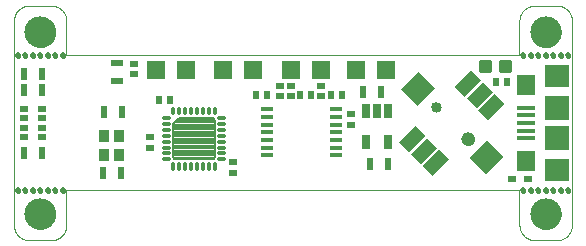
<source format=gts>
G75*
%MOIN*%
%OFA0B0*%
%FSLAX25Y25*%
%IPPOS*%
%LPD*%
%AMOC8*
5,1,8,0,0,1.08239X$1,22.5*
%
%ADD10C,0.00000*%
%ADD11C,0.10400*%
%ADD12C,0.01900*%
%ADD13R,0.07683X0.04731*%
%ADD14R,0.08274X0.07880*%
%ADD15C,0.03353*%
%ADD16C,0.04534*%
%ADD17R,0.05912X0.01778*%
%ADD18R,0.07880X0.07487*%
%ADD19R,0.07880X0.07880*%
%ADD20R,0.05912X0.06699*%
%ADD21R,0.02565X0.05124*%
%ADD22C,0.01301*%
%ADD23R,0.06400X0.06400*%
%ADD24R,0.03156X0.02369*%
%ADD25R,0.02369X0.03943*%
%ADD26R,0.01975X0.02762*%
%ADD27R,0.03156X0.02172*%
%ADD28R,0.03943X0.02369*%
%ADD29R,0.02762X0.01975*%
%ADD30R,0.04300X0.01600*%
%ADD31C,0.01378*%
%ADD32C,0.00787*%
%ADD33R,0.03550X0.03943*%
D10*
X0044428Y0032371D02*
X0044428Y0100496D01*
X0044430Y0100636D01*
X0044436Y0100776D01*
X0044446Y0100916D01*
X0044459Y0101056D01*
X0044477Y0101195D01*
X0044499Y0101334D01*
X0044524Y0101471D01*
X0044553Y0101609D01*
X0044586Y0101745D01*
X0044623Y0101880D01*
X0044664Y0102014D01*
X0044709Y0102147D01*
X0044757Y0102279D01*
X0044809Y0102409D01*
X0044864Y0102538D01*
X0044923Y0102665D01*
X0044986Y0102791D01*
X0045052Y0102915D01*
X0045121Y0103036D01*
X0045194Y0103156D01*
X0045271Y0103274D01*
X0045350Y0103389D01*
X0045433Y0103503D01*
X0045519Y0103613D01*
X0045608Y0103722D01*
X0045700Y0103828D01*
X0045795Y0103931D01*
X0045892Y0104032D01*
X0045993Y0104129D01*
X0046096Y0104224D01*
X0046202Y0104316D01*
X0046311Y0104405D01*
X0046421Y0104491D01*
X0046535Y0104574D01*
X0046650Y0104653D01*
X0046768Y0104730D01*
X0046888Y0104803D01*
X0047009Y0104872D01*
X0047133Y0104938D01*
X0047259Y0105001D01*
X0047386Y0105060D01*
X0047515Y0105115D01*
X0047645Y0105167D01*
X0047777Y0105215D01*
X0047910Y0105260D01*
X0048044Y0105301D01*
X0048179Y0105338D01*
X0048315Y0105371D01*
X0048453Y0105400D01*
X0048590Y0105425D01*
X0048729Y0105447D01*
X0048868Y0105465D01*
X0049008Y0105478D01*
X0049148Y0105488D01*
X0049288Y0105494D01*
X0049428Y0105496D01*
X0056928Y0105496D01*
X0057068Y0105494D01*
X0057208Y0105488D01*
X0057348Y0105478D01*
X0057488Y0105465D01*
X0057627Y0105447D01*
X0057766Y0105425D01*
X0057903Y0105400D01*
X0058041Y0105371D01*
X0058177Y0105338D01*
X0058312Y0105301D01*
X0058446Y0105260D01*
X0058579Y0105215D01*
X0058711Y0105167D01*
X0058841Y0105115D01*
X0058970Y0105060D01*
X0059097Y0105001D01*
X0059223Y0104938D01*
X0059347Y0104872D01*
X0059468Y0104803D01*
X0059588Y0104730D01*
X0059706Y0104653D01*
X0059821Y0104574D01*
X0059935Y0104491D01*
X0060045Y0104405D01*
X0060154Y0104316D01*
X0060260Y0104224D01*
X0060363Y0104129D01*
X0060464Y0104032D01*
X0060561Y0103931D01*
X0060656Y0103828D01*
X0060748Y0103722D01*
X0060837Y0103613D01*
X0060923Y0103503D01*
X0061006Y0103389D01*
X0061085Y0103274D01*
X0061162Y0103156D01*
X0061235Y0103036D01*
X0061304Y0102915D01*
X0061370Y0102791D01*
X0061433Y0102665D01*
X0061492Y0102538D01*
X0061547Y0102409D01*
X0061599Y0102279D01*
X0061647Y0102147D01*
X0061692Y0102014D01*
X0061733Y0101880D01*
X0061770Y0101745D01*
X0061803Y0101609D01*
X0061832Y0101471D01*
X0061857Y0101334D01*
X0061879Y0101195D01*
X0061897Y0101056D01*
X0061910Y0100916D01*
X0061920Y0100776D01*
X0061926Y0100636D01*
X0061928Y0100496D01*
X0061928Y0088933D01*
X0212928Y0088933D01*
X0212928Y0100496D01*
X0212930Y0100636D01*
X0212936Y0100776D01*
X0212946Y0100916D01*
X0212959Y0101056D01*
X0212977Y0101195D01*
X0212999Y0101334D01*
X0213024Y0101471D01*
X0213053Y0101609D01*
X0213086Y0101745D01*
X0213123Y0101880D01*
X0213164Y0102014D01*
X0213209Y0102147D01*
X0213257Y0102279D01*
X0213309Y0102409D01*
X0213364Y0102538D01*
X0213423Y0102665D01*
X0213486Y0102791D01*
X0213552Y0102915D01*
X0213621Y0103036D01*
X0213694Y0103156D01*
X0213771Y0103274D01*
X0213850Y0103389D01*
X0213933Y0103503D01*
X0214019Y0103613D01*
X0214108Y0103722D01*
X0214200Y0103828D01*
X0214295Y0103931D01*
X0214392Y0104032D01*
X0214493Y0104129D01*
X0214596Y0104224D01*
X0214702Y0104316D01*
X0214811Y0104405D01*
X0214921Y0104491D01*
X0215035Y0104574D01*
X0215150Y0104653D01*
X0215268Y0104730D01*
X0215388Y0104803D01*
X0215509Y0104872D01*
X0215633Y0104938D01*
X0215759Y0105001D01*
X0215886Y0105060D01*
X0216015Y0105115D01*
X0216145Y0105167D01*
X0216277Y0105215D01*
X0216410Y0105260D01*
X0216544Y0105301D01*
X0216679Y0105338D01*
X0216815Y0105371D01*
X0216953Y0105400D01*
X0217090Y0105425D01*
X0217229Y0105447D01*
X0217368Y0105465D01*
X0217508Y0105478D01*
X0217648Y0105488D01*
X0217788Y0105494D01*
X0217928Y0105496D01*
X0225428Y0105496D01*
X0225568Y0105494D01*
X0225708Y0105488D01*
X0225848Y0105478D01*
X0225988Y0105465D01*
X0226127Y0105447D01*
X0226266Y0105425D01*
X0226403Y0105400D01*
X0226541Y0105371D01*
X0226677Y0105338D01*
X0226812Y0105301D01*
X0226946Y0105260D01*
X0227079Y0105215D01*
X0227211Y0105167D01*
X0227341Y0105115D01*
X0227470Y0105060D01*
X0227597Y0105001D01*
X0227723Y0104938D01*
X0227847Y0104872D01*
X0227968Y0104803D01*
X0228088Y0104730D01*
X0228206Y0104653D01*
X0228321Y0104574D01*
X0228435Y0104491D01*
X0228545Y0104405D01*
X0228654Y0104316D01*
X0228760Y0104224D01*
X0228863Y0104129D01*
X0228964Y0104032D01*
X0229061Y0103931D01*
X0229156Y0103828D01*
X0229248Y0103722D01*
X0229337Y0103613D01*
X0229423Y0103503D01*
X0229506Y0103389D01*
X0229585Y0103274D01*
X0229662Y0103156D01*
X0229735Y0103036D01*
X0229804Y0102915D01*
X0229870Y0102791D01*
X0229933Y0102665D01*
X0229992Y0102538D01*
X0230047Y0102409D01*
X0230099Y0102279D01*
X0230147Y0102147D01*
X0230192Y0102014D01*
X0230233Y0101880D01*
X0230270Y0101745D01*
X0230303Y0101609D01*
X0230332Y0101471D01*
X0230357Y0101334D01*
X0230379Y0101195D01*
X0230397Y0101056D01*
X0230410Y0100916D01*
X0230420Y0100776D01*
X0230426Y0100636D01*
X0230428Y0100496D01*
X0230428Y0032371D01*
X0230426Y0032231D01*
X0230420Y0032091D01*
X0230410Y0031951D01*
X0230397Y0031811D01*
X0230379Y0031672D01*
X0230357Y0031533D01*
X0230332Y0031396D01*
X0230303Y0031258D01*
X0230270Y0031122D01*
X0230233Y0030987D01*
X0230192Y0030853D01*
X0230147Y0030720D01*
X0230099Y0030588D01*
X0230047Y0030458D01*
X0229992Y0030329D01*
X0229933Y0030202D01*
X0229870Y0030076D01*
X0229804Y0029952D01*
X0229735Y0029831D01*
X0229662Y0029711D01*
X0229585Y0029593D01*
X0229506Y0029478D01*
X0229423Y0029364D01*
X0229337Y0029254D01*
X0229248Y0029145D01*
X0229156Y0029039D01*
X0229061Y0028936D01*
X0228964Y0028835D01*
X0228863Y0028738D01*
X0228760Y0028643D01*
X0228654Y0028551D01*
X0228545Y0028462D01*
X0228435Y0028376D01*
X0228321Y0028293D01*
X0228206Y0028214D01*
X0228088Y0028137D01*
X0227968Y0028064D01*
X0227847Y0027995D01*
X0227723Y0027929D01*
X0227597Y0027866D01*
X0227470Y0027807D01*
X0227341Y0027752D01*
X0227211Y0027700D01*
X0227079Y0027652D01*
X0226946Y0027607D01*
X0226812Y0027566D01*
X0226677Y0027529D01*
X0226541Y0027496D01*
X0226403Y0027467D01*
X0226266Y0027442D01*
X0226127Y0027420D01*
X0225988Y0027402D01*
X0225848Y0027389D01*
X0225708Y0027379D01*
X0225568Y0027373D01*
X0225428Y0027371D01*
X0217928Y0027371D01*
X0217788Y0027373D01*
X0217648Y0027379D01*
X0217508Y0027389D01*
X0217368Y0027402D01*
X0217229Y0027420D01*
X0217090Y0027442D01*
X0216953Y0027467D01*
X0216815Y0027496D01*
X0216679Y0027529D01*
X0216544Y0027566D01*
X0216410Y0027607D01*
X0216277Y0027652D01*
X0216145Y0027700D01*
X0216015Y0027752D01*
X0215886Y0027807D01*
X0215759Y0027866D01*
X0215633Y0027929D01*
X0215509Y0027995D01*
X0215388Y0028064D01*
X0215268Y0028137D01*
X0215150Y0028214D01*
X0215035Y0028293D01*
X0214921Y0028376D01*
X0214811Y0028462D01*
X0214702Y0028551D01*
X0214596Y0028643D01*
X0214493Y0028738D01*
X0214392Y0028835D01*
X0214295Y0028936D01*
X0214200Y0029039D01*
X0214108Y0029145D01*
X0214019Y0029254D01*
X0213933Y0029364D01*
X0213850Y0029478D01*
X0213771Y0029593D01*
X0213694Y0029711D01*
X0213621Y0029831D01*
X0213552Y0029952D01*
X0213486Y0030076D01*
X0213423Y0030202D01*
X0213364Y0030329D01*
X0213309Y0030458D01*
X0213257Y0030588D01*
X0213209Y0030720D01*
X0213164Y0030853D01*
X0213123Y0030987D01*
X0213086Y0031122D01*
X0213053Y0031258D01*
X0213024Y0031396D01*
X0212999Y0031533D01*
X0212977Y0031672D01*
X0212959Y0031811D01*
X0212946Y0031951D01*
X0212936Y0032091D01*
X0212930Y0032231D01*
X0212928Y0032371D01*
X0212928Y0043933D01*
X0061928Y0043933D01*
X0061928Y0032371D01*
X0061926Y0032231D01*
X0061920Y0032091D01*
X0061910Y0031951D01*
X0061897Y0031811D01*
X0061879Y0031672D01*
X0061857Y0031533D01*
X0061832Y0031396D01*
X0061803Y0031258D01*
X0061770Y0031122D01*
X0061733Y0030987D01*
X0061692Y0030853D01*
X0061647Y0030720D01*
X0061599Y0030588D01*
X0061547Y0030458D01*
X0061492Y0030329D01*
X0061433Y0030202D01*
X0061370Y0030076D01*
X0061304Y0029952D01*
X0061235Y0029831D01*
X0061162Y0029711D01*
X0061085Y0029593D01*
X0061006Y0029478D01*
X0060923Y0029364D01*
X0060837Y0029254D01*
X0060748Y0029145D01*
X0060656Y0029039D01*
X0060561Y0028936D01*
X0060464Y0028835D01*
X0060363Y0028738D01*
X0060260Y0028643D01*
X0060154Y0028551D01*
X0060045Y0028462D01*
X0059935Y0028376D01*
X0059821Y0028293D01*
X0059706Y0028214D01*
X0059588Y0028137D01*
X0059468Y0028064D01*
X0059347Y0027995D01*
X0059223Y0027929D01*
X0059097Y0027866D01*
X0058970Y0027807D01*
X0058841Y0027752D01*
X0058711Y0027700D01*
X0058579Y0027652D01*
X0058446Y0027607D01*
X0058312Y0027566D01*
X0058177Y0027529D01*
X0058041Y0027496D01*
X0057903Y0027467D01*
X0057766Y0027442D01*
X0057627Y0027420D01*
X0057488Y0027402D01*
X0057348Y0027389D01*
X0057208Y0027379D01*
X0057068Y0027373D01*
X0056928Y0027371D01*
X0049428Y0027371D01*
X0049288Y0027373D01*
X0049148Y0027379D01*
X0049008Y0027389D01*
X0048868Y0027402D01*
X0048729Y0027420D01*
X0048590Y0027442D01*
X0048453Y0027467D01*
X0048315Y0027496D01*
X0048179Y0027529D01*
X0048044Y0027566D01*
X0047910Y0027607D01*
X0047777Y0027652D01*
X0047645Y0027700D01*
X0047515Y0027752D01*
X0047386Y0027807D01*
X0047259Y0027866D01*
X0047133Y0027929D01*
X0047009Y0027995D01*
X0046888Y0028064D01*
X0046768Y0028137D01*
X0046650Y0028214D01*
X0046535Y0028293D01*
X0046421Y0028376D01*
X0046311Y0028462D01*
X0046202Y0028551D01*
X0046096Y0028643D01*
X0045993Y0028738D01*
X0045892Y0028835D01*
X0045795Y0028936D01*
X0045700Y0029039D01*
X0045608Y0029145D01*
X0045519Y0029254D01*
X0045433Y0029364D01*
X0045350Y0029478D01*
X0045271Y0029593D01*
X0045194Y0029711D01*
X0045121Y0029831D01*
X0045052Y0029952D01*
X0044986Y0030076D01*
X0044923Y0030202D01*
X0044864Y0030329D01*
X0044809Y0030458D01*
X0044757Y0030588D01*
X0044709Y0030720D01*
X0044664Y0030853D01*
X0044623Y0030987D01*
X0044586Y0031122D01*
X0044553Y0031258D01*
X0044524Y0031396D01*
X0044499Y0031533D01*
X0044477Y0031672D01*
X0044459Y0031811D01*
X0044446Y0031951D01*
X0044436Y0032091D01*
X0044430Y0032231D01*
X0044428Y0032371D01*
X0048178Y0036121D02*
X0048180Y0036262D01*
X0048186Y0036403D01*
X0048196Y0036543D01*
X0048210Y0036683D01*
X0048228Y0036823D01*
X0048249Y0036962D01*
X0048275Y0037101D01*
X0048304Y0037239D01*
X0048338Y0037375D01*
X0048375Y0037511D01*
X0048416Y0037646D01*
X0048461Y0037780D01*
X0048510Y0037912D01*
X0048562Y0038043D01*
X0048618Y0038172D01*
X0048678Y0038299D01*
X0048741Y0038425D01*
X0048807Y0038549D01*
X0048878Y0038672D01*
X0048951Y0038792D01*
X0049028Y0038910D01*
X0049108Y0039026D01*
X0049192Y0039139D01*
X0049278Y0039250D01*
X0049368Y0039359D01*
X0049461Y0039465D01*
X0049556Y0039568D01*
X0049655Y0039669D01*
X0049756Y0039767D01*
X0049860Y0039862D01*
X0049967Y0039954D01*
X0050076Y0040043D01*
X0050188Y0040128D01*
X0050302Y0040211D01*
X0050418Y0040291D01*
X0050537Y0040367D01*
X0050658Y0040439D01*
X0050780Y0040509D01*
X0050905Y0040574D01*
X0051031Y0040637D01*
X0051159Y0040695D01*
X0051289Y0040750D01*
X0051420Y0040802D01*
X0051553Y0040849D01*
X0051687Y0040893D01*
X0051822Y0040934D01*
X0051958Y0040970D01*
X0052095Y0041002D01*
X0052233Y0041031D01*
X0052371Y0041056D01*
X0052511Y0041076D01*
X0052651Y0041093D01*
X0052791Y0041106D01*
X0052932Y0041115D01*
X0053072Y0041120D01*
X0053213Y0041121D01*
X0053354Y0041118D01*
X0053495Y0041111D01*
X0053635Y0041100D01*
X0053775Y0041085D01*
X0053915Y0041066D01*
X0054054Y0041044D01*
X0054192Y0041017D01*
X0054330Y0040987D01*
X0054466Y0040952D01*
X0054602Y0040914D01*
X0054736Y0040872D01*
X0054870Y0040826D01*
X0055002Y0040777D01*
X0055132Y0040723D01*
X0055261Y0040666D01*
X0055388Y0040606D01*
X0055514Y0040542D01*
X0055637Y0040474D01*
X0055759Y0040403D01*
X0055879Y0040329D01*
X0055996Y0040251D01*
X0056111Y0040170D01*
X0056224Y0040086D01*
X0056335Y0039999D01*
X0056443Y0039908D01*
X0056548Y0039815D01*
X0056651Y0039718D01*
X0056751Y0039619D01*
X0056848Y0039517D01*
X0056942Y0039412D01*
X0057033Y0039305D01*
X0057121Y0039195D01*
X0057206Y0039083D01*
X0057288Y0038968D01*
X0057367Y0038851D01*
X0057442Y0038732D01*
X0057514Y0038611D01*
X0057582Y0038488D01*
X0057647Y0038363D01*
X0057709Y0038236D01*
X0057766Y0038107D01*
X0057821Y0037977D01*
X0057871Y0037846D01*
X0057918Y0037713D01*
X0057961Y0037579D01*
X0058000Y0037443D01*
X0058035Y0037307D01*
X0058067Y0037170D01*
X0058094Y0037032D01*
X0058118Y0036893D01*
X0058138Y0036753D01*
X0058154Y0036613D01*
X0058166Y0036473D01*
X0058174Y0036332D01*
X0058178Y0036191D01*
X0058178Y0036051D01*
X0058174Y0035910D01*
X0058166Y0035769D01*
X0058154Y0035629D01*
X0058138Y0035489D01*
X0058118Y0035349D01*
X0058094Y0035210D01*
X0058067Y0035072D01*
X0058035Y0034935D01*
X0058000Y0034799D01*
X0057961Y0034663D01*
X0057918Y0034529D01*
X0057871Y0034396D01*
X0057821Y0034265D01*
X0057766Y0034135D01*
X0057709Y0034006D01*
X0057647Y0033879D01*
X0057582Y0033754D01*
X0057514Y0033631D01*
X0057442Y0033510D01*
X0057367Y0033391D01*
X0057288Y0033274D01*
X0057206Y0033159D01*
X0057121Y0033047D01*
X0057033Y0032937D01*
X0056942Y0032830D01*
X0056848Y0032725D01*
X0056751Y0032623D01*
X0056651Y0032524D01*
X0056548Y0032427D01*
X0056443Y0032334D01*
X0056335Y0032243D01*
X0056224Y0032156D01*
X0056111Y0032072D01*
X0055996Y0031991D01*
X0055879Y0031913D01*
X0055759Y0031839D01*
X0055637Y0031768D01*
X0055514Y0031700D01*
X0055388Y0031636D01*
X0055261Y0031576D01*
X0055132Y0031519D01*
X0055002Y0031465D01*
X0054870Y0031416D01*
X0054736Y0031370D01*
X0054602Y0031328D01*
X0054466Y0031290D01*
X0054330Y0031255D01*
X0054192Y0031225D01*
X0054054Y0031198D01*
X0053915Y0031176D01*
X0053775Y0031157D01*
X0053635Y0031142D01*
X0053495Y0031131D01*
X0053354Y0031124D01*
X0053213Y0031121D01*
X0053072Y0031122D01*
X0052932Y0031127D01*
X0052791Y0031136D01*
X0052651Y0031149D01*
X0052511Y0031166D01*
X0052371Y0031186D01*
X0052233Y0031211D01*
X0052095Y0031240D01*
X0051958Y0031272D01*
X0051822Y0031308D01*
X0051687Y0031349D01*
X0051553Y0031393D01*
X0051420Y0031440D01*
X0051289Y0031492D01*
X0051159Y0031547D01*
X0051031Y0031605D01*
X0050905Y0031668D01*
X0050780Y0031733D01*
X0050658Y0031803D01*
X0050537Y0031875D01*
X0050418Y0031951D01*
X0050302Y0032031D01*
X0050188Y0032114D01*
X0050076Y0032199D01*
X0049967Y0032288D01*
X0049860Y0032380D01*
X0049756Y0032475D01*
X0049655Y0032573D01*
X0049556Y0032674D01*
X0049461Y0032777D01*
X0049368Y0032883D01*
X0049278Y0032992D01*
X0049192Y0033103D01*
X0049108Y0033216D01*
X0049028Y0033332D01*
X0048951Y0033450D01*
X0048878Y0033570D01*
X0048807Y0033693D01*
X0048741Y0033817D01*
X0048678Y0033943D01*
X0048618Y0034070D01*
X0048562Y0034199D01*
X0048510Y0034330D01*
X0048461Y0034462D01*
X0048416Y0034596D01*
X0048375Y0034731D01*
X0048338Y0034867D01*
X0048304Y0035003D01*
X0048275Y0035141D01*
X0048249Y0035280D01*
X0048228Y0035419D01*
X0048210Y0035559D01*
X0048196Y0035699D01*
X0048186Y0035839D01*
X0048180Y0035980D01*
X0048178Y0036121D01*
X0047428Y0043933D02*
X0047430Y0043987D01*
X0047436Y0044041D01*
X0047446Y0044094D01*
X0047459Y0044147D01*
X0047476Y0044198D01*
X0047497Y0044248D01*
X0047522Y0044296D01*
X0047550Y0044343D01*
X0047581Y0044387D01*
X0047615Y0044429D01*
X0047652Y0044468D01*
X0047692Y0044505D01*
X0047735Y0044538D01*
X0047780Y0044569D01*
X0047827Y0044596D01*
X0047875Y0044619D01*
X0047926Y0044639D01*
X0047977Y0044656D01*
X0048030Y0044668D01*
X0048083Y0044677D01*
X0048137Y0044682D01*
X0048192Y0044683D01*
X0048246Y0044680D01*
X0048299Y0044673D01*
X0048352Y0044662D01*
X0048405Y0044648D01*
X0048456Y0044630D01*
X0048505Y0044608D01*
X0048553Y0044583D01*
X0048599Y0044554D01*
X0048643Y0044522D01*
X0048684Y0044487D01*
X0048722Y0044449D01*
X0048758Y0044408D01*
X0048791Y0044365D01*
X0048821Y0044320D01*
X0048847Y0044272D01*
X0048870Y0044223D01*
X0048889Y0044172D01*
X0048904Y0044121D01*
X0048916Y0044068D01*
X0048924Y0044014D01*
X0048928Y0043960D01*
X0048928Y0043906D01*
X0048924Y0043852D01*
X0048916Y0043798D01*
X0048904Y0043745D01*
X0048889Y0043694D01*
X0048870Y0043643D01*
X0048847Y0043594D01*
X0048821Y0043546D01*
X0048791Y0043501D01*
X0048758Y0043458D01*
X0048722Y0043417D01*
X0048684Y0043379D01*
X0048643Y0043344D01*
X0048599Y0043312D01*
X0048553Y0043283D01*
X0048505Y0043258D01*
X0048456Y0043236D01*
X0048405Y0043218D01*
X0048352Y0043204D01*
X0048299Y0043193D01*
X0048246Y0043186D01*
X0048192Y0043183D01*
X0048137Y0043184D01*
X0048083Y0043189D01*
X0048030Y0043198D01*
X0047977Y0043210D01*
X0047926Y0043227D01*
X0047875Y0043247D01*
X0047827Y0043270D01*
X0047780Y0043297D01*
X0047735Y0043328D01*
X0047692Y0043361D01*
X0047652Y0043398D01*
X0047615Y0043437D01*
X0047581Y0043479D01*
X0047550Y0043523D01*
X0047522Y0043570D01*
X0047497Y0043618D01*
X0047476Y0043668D01*
X0047459Y0043719D01*
X0047446Y0043772D01*
X0047436Y0043825D01*
X0047430Y0043879D01*
X0047428Y0043933D01*
X0044928Y0043933D02*
X0044930Y0043987D01*
X0044936Y0044041D01*
X0044946Y0044094D01*
X0044959Y0044147D01*
X0044976Y0044198D01*
X0044997Y0044248D01*
X0045022Y0044296D01*
X0045050Y0044343D01*
X0045081Y0044387D01*
X0045115Y0044429D01*
X0045152Y0044468D01*
X0045192Y0044505D01*
X0045235Y0044538D01*
X0045280Y0044569D01*
X0045327Y0044596D01*
X0045375Y0044619D01*
X0045426Y0044639D01*
X0045477Y0044656D01*
X0045530Y0044668D01*
X0045583Y0044677D01*
X0045637Y0044682D01*
X0045692Y0044683D01*
X0045746Y0044680D01*
X0045799Y0044673D01*
X0045852Y0044662D01*
X0045905Y0044648D01*
X0045956Y0044630D01*
X0046005Y0044608D01*
X0046053Y0044583D01*
X0046099Y0044554D01*
X0046143Y0044522D01*
X0046184Y0044487D01*
X0046222Y0044449D01*
X0046258Y0044408D01*
X0046291Y0044365D01*
X0046321Y0044320D01*
X0046347Y0044272D01*
X0046370Y0044223D01*
X0046389Y0044172D01*
X0046404Y0044121D01*
X0046416Y0044068D01*
X0046424Y0044014D01*
X0046428Y0043960D01*
X0046428Y0043906D01*
X0046424Y0043852D01*
X0046416Y0043798D01*
X0046404Y0043745D01*
X0046389Y0043694D01*
X0046370Y0043643D01*
X0046347Y0043594D01*
X0046321Y0043546D01*
X0046291Y0043501D01*
X0046258Y0043458D01*
X0046222Y0043417D01*
X0046184Y0043379D01*
X0046143Y0043344D01*
X0046099Y0043312D01*
X0046053Y0043283D01*
X0046005Y0043258D01*
X0045956Y0043236D01*
X0045905Y0043218D01*
X0045852Y0043204D01*
X0045799Y0043193D01*
X0045746Y0043186D01*
X0045692Y0043183D01*
X0045637Y0043184D01*
X0045583Y0043189D01*
X0045530Y0043198D01*
X0045477Y0043210D01*
X0045426Y0043227D01*
X0045375Y0043247D01*
X0045327Y0043270D01*
X0045280Y0043297D01*
X0045235Y0043328D01*
X0045192Y0043361D01*
X0045152Y0043398D01*
X0045115Y0043437D01*
X0045081Y0043479D01*
X0045050Y0043523D01*
X0045022Y0043570D01*
X0044997Y0043618D01*
X0044976Y0043668D01*
X0044959Y0043719D01*
X0044946Y0043772D01*
X0044936Y0043825D01*
X0044930Y0043879D01*
X0044928Y0043933D01*
X0049928Y0043933D02*
X0049930Y0043987D01*
X0049936Y0044041D01*
X0049946Y0044094D01*
X0049959Y0044147D01*
X0049976Y0044198D01*
X0049997Y0044248D01*
X0050022Y0044296D01*
X0050050Y0044343D01*
X0050081Y0044387D01*
X0050115Y0044429D01*
X0050152Y0044468D01*
X0050192Y0044505D01*
X0050235Y0044538D01*
X0050280Y0044569D01*
X0050327Y0044596D01*
X0050375Y0044619D01*
X0050426Y0044639D01*
X0050477Y0044656D01*
X0050530Y0044668D01*
X0050583Y0044677D01*
X0050637Y0044682D01*
X0050692Y0044683D01*
X0050746Y0044680D01*
X0050799Y0044673D01*
X0050852Y0044662D01*
X0050905Y0044648D01*
X0050956Y0044630D01*
X0051005Y0044608D01*
X0051053Y0044583D01*
X0051099Y0044554D01*
X0051143Y0044522D01*
X0051184Y0044487D01*
X0051222Y0044449D01*
X0051258Y0044408D01*
X0051291Y0044365D01*
X0051321Y0044320D01*
X0051347Y0044272D01*
X0051370Y0044223D01*
X0051389Y0044172D01*
X0051404Y0044121D01*
X0051416Y0044068D01*
X0051424Y0044014D01*
X0051428Y0043960D01*
X0051428Y0043906D01*
X0051424Y0043852D01*
X0051416Y0043798D01*
X0051404Y0043745D01*
X0051389Y0043694D01*
X0051370Y0043643D01*
X0051347Y0043594D01*
X0051321Y0043546D01*
X0051291Y0043501D01*
X0051258Y0043458D01*
X0051222Y0043417D01*
X0051184Y0043379D01*
X0051143Y0043344D01*
X0051099Y0043312D01*
X0051053Y0043283D01*
X0051005Y0043258D01*
X0050956Y0043236D01*
X0050905Y0043218D01*
X0050852Y0043204D01*
X0050799Y0043193D01*
X0050746Y0043186D01*
X0050692Y0043183D01*
X0050637Y0043184D01*
X0050583Y0043189D01*
X0050530Y0043198D01*
X0050477Y0043210D01*
X0050426Y0043227D01*
X0050375Y0043247D01*
X0050327Y0043270D01*
X0050280Y0043297D01*
X0050235Y0043328D01*
X0050192Y0043361D01*
X0050152Y0043398D01*
X0050115Y0043437D01*
X0050081Y0043479D01*
X0050050Y0043523D01*
X0050022Y0043570D01*
X0049997Y0043618D01*
X0049976Y0043668D01*
X0049959Y0043719D01*
X0049946Y0043772D01*
X0049936Y0043825D01*
X0049930Y0043879D01*
X0049928Y0043933D01*
X0052428Y0043933D02*
X0052430Y0043987D01*
X0052436Y0044041D01*
X0052446Y0044094D01*
X0052459Y0044147D01*
X0052476Y0044198D01*
X0052497Y0044248D01*
X0052522Y0044296D01*
X0052550Y0044343D01*
X0052581Y0044387D01*
X0052615Y0044429D01*
X0052652Y0044468D01*
X0052692Y0044505D01*
X0052735Y0044538D01*
X0052780Y0044569D01*
X0052827Y0044596D01*
X0052875Y0044619D01*
X0052926Y0044639D01*
X0052977Y0044656D01*
X0053030Y0044668D01*
X0053083Y0044677D01*
X0053137Y0044682D01*
X0053192Y0044683D01*
X0053246Y0044680D01*
X0053299Y0044673D01*
X0053352Y0044662D01*
X0053405Y0044648D01*
X0053456Y0044630D01*
X0053505Y0044608D01*
X0053553Y0044583D01*
X0053599Y0044554D01*
X0053643Y0044522D01*
X0053684Y0044487D01*
X0053722Y0044449D01*
X0053758Y0044408D01*
X0053791Y0044365D01*
X0053821Y0044320D01*
X0053847Y0044272D01*
X0053870Y0044223D01*
X0053889Y0044172D01*
X0053904Y0044121D01*
X0053916Y0044068D01*
X0053924Y0044014D01*
X0053928Y0043960D01*
X0053928Y0043906D01*
X0053924Y0043852D01*
X0053916Y0043798D01*
X0053904Y0043745D01*
X0053889Y0043694D01*
X0053870Y0043643D01*
X0053847Y0043594D01*
X0053821Y0043546D01*
X0053791Y0043501D01*
X0053758Y0043458D01*
X0053722Y0043417D01*
X0053684Y0043379D01*
X0053643Y0043344D01*
X0053599Y0043312D01*
X0053553Y0043283D01*
X0053505Y0043258D01*
X0053456Y0043236D01*
X0053405Y0043218D01*
X0053352Y0043204D01*
X0053299Y0043193D01*
X0053246Y0043186D01*
X0053192Y0043183D01*
X0053137Y0043184D01*
X0053083Y0043189D01*
X0053030Y0043198D01*
X0052977Y0043210D01*
X0052926Y0043227D01*
X0052875Y0043247D01*
X0052827Y0043270D01*
X0052780Y0043297D01*
X0052735Y0043328D01*
X0052692Y0043361D01*
X0052652Y0043398D01*
X0052615Y0043437D01*
X0052581Y0043479D01*
X0052550Y0043523D01*
X0052522Y0043570D01*
X0052497Y0043618D01*
X0052476Y0043668D01*
X0052459Y0043719D01*
X0052446Y0043772D01*
X0052436Y0043825D01*
X0052430Y0043879D01*
X0052428Y0043933D01*
X0054928Y0043933D02*
X0054930Y0043987D01*
X0054936Y0044041D01*
X0054946Y0044094D01*
X0054959Y0044147D01*
X0054976Y0044198D01*
X0054997Y0044248D01*
X0055022Y0044296D01*
X0055050Y0044343D01*
X0055081Y0044387D01*
X0055115Y0044429D01*
X0055152Y0044468D01*
X0055192Y0044505D01*
X0055235Y0044538D01*
X0055280Y0044569D01*
X0055327Y0044596D01*
X0055375Y0044619D01*
X0055426Y0044639D01*
X0055477Y0044656D01*
X0055530Y0044668D01*
X0055583Y0044677D01*
X0055637Y0044682D01*
X0055692Y0044683D01*
X0055746Y0044680D01*
X0055799Y0044673D01*
X0055852Y0044662D01*
X0055905Y0044648D01*
X0055956Y0044630D01*
X0056005Y0044608D01*
X0056053Y0044583D01*
X0056099Y0044554D01*
X0056143Y0044522D01*
X0056184Y0044487D01*
X0056222Y0044449D01*
X0056258Y0044408D01*
X0056291Y0044365D01*
X0056321Y0044320D01*
X0056347Y0044272D01*
X0056370Y0044223D01*
X0056389Y0044172D01*
X0056404Y0044121D01*
X0056416Y0044068D01*
X0056424Y0044014D01*
X0056428Y0043960D01*
X0056428Y0043906D01*
X0056424Y0043852D01*
X0056416Y0043798D01*
X0056404Y0043745D01*
X0056389Y0043694D01*
X0056370Y0043643D01*
X0056347Y0043594D01*
X0056321Y0043546D01*
X0056291Y0043501D01*
X0056258Y0043458D01*
X0056222Y0043417D01*
X0056184Y0043379D01*
X0056143Y0043344D01*
X0056099Y0043312D01*
X0056053Y0043283D01*
X0056005Y0043258D01*
X0055956Y0043236D01*
X0055905Y0043218D01*
X0055852Y0043204D01*
X0055799Y0043193D01*
X0055746Y0043186D01*
X0055692Y0043183D01*
X0055637Y0043184D01*
X0055583Y0043189D01*
X0055530Y0043198D01*
X0055477Y0043210D01*
X0055426Y0043227D01*
X0055375Y0043247D01*
X0055327Y0043270D01*
X0055280Y0043297D01*
X0055235Y0043328D01*
X0055192Y0043361D01*
X0055152Y0043398D01*
X0055115Y0043437D01*
X0055081Y0043479D01*
X0055050Y0043523D01*
X0055022Y0043570D01*
X0054997Y0043618D01*
X0054976Y0043668D01*
X0054959Y0043719D01*
X0054946Y0043772D01*
X0054936Y0043825D01*
X0054930Y0043879D01*
X0054928Y0043933D01*
X0057428Y0043933D02*
X0057430Y0043987D01*
X0057436Y0044041D01*
X0057446Y0044094D01*
X0057459Y0044147D01*
X0057476Y0044198D01*
X0057497Y0044248D01*
X0057522Y0044296D01*
X0057550Y0044343D01*
X0057581Y0044387D01*
X0057615Y0044429D01*
X0057652Y0044468D01*
X0057692Y0044505D01*
X0057735Y0044538D01*
X0057780Y0044569D01*
X0057827Y0044596D01*
X0057875Y0044619D01*
X0057926Y0044639D01*
X0057977Y0044656D01*
X0058030Y0044668D01*
X0058083Y0044677D01*
X0058137Y0044682D01*
X0058192Y0044683D01*
X0058246Y0044680D01*
X0058299Y0044673D01*
X0058352Y0044662D01*
X0058405Y0044648D01*
X0058456Y0044630D01*
X0058505Y0044608D01*
X0058553Y0044583D01*
X0058599Y0044554D01*
X0058643Y0044522D01*
X0058684Y0044487D01*
X0058722Y0044449D01*
X0058758Y0044408D01*
X0058791Y0044365D01*
X0058821Y0044320D01*
X0058847Y0044272D01*
X0058870Y0044223D01*
X0058889Y0044172D01*
X0058904Y0044121D01*
X0058916Y0044068D01*
X0058924Y0044014D01*
X0058928Y0043960D01*
X0058928Y0043906D01*
X0058924Y0043852D01*
X0058916Y0043798D01*
X0058904Y0043745D01*
X0058889Y0043694D01*
X0058870Y0043643D01*
X0058847Y0043594D01*
X0058821Y0043546D01*
X0058791Y0043501D01*
X0058758Y0043458D01*
X0058722Y0043417D01*
X0058684Y0043379D01*
X0058643Y0043344D01*
X0058599Y0043312D01*
X0058553Y0043283D01*
X0058505Y0043258D01*
X0058456Y0043236D01*
X0058405Y0043218D01*
X0058352Y0043204D01*
X0058299Y0043193D01*
X0058246Y0043186D01*
X0058192Y0043183D01*
X0058137Y0043184D01*
X0058083Y0043189D01*
X0058030Y0043198D01*
X0057977Y0043210D01*
X0057926Y0043227D01*
X0057875Y0043247D01*
X0057827Y0043270D01*
X0057780Y0043297D01*
X0057735Y0043328D01*
X0057692Y0043361D01*
X0057652Y0043398D01*
X0057615Y0043437D01*
X0057581Y0043479D01*
X0057550Y0043523D01*
X0057522Y0043570D01*
X0057497Y0043618D01*
X0057476Y0043668D01*
X0057459Y0043719D01*
X0057446Y0043772D01*
X0057436Y0043825D01*
X0057430Y0043879D01*
X0057428Y0043933D01*
X0059928Y0043933D02*
X0059930Y0043987D01*
X0059936Y0044041D01*
X0059946Y0044094D01*
X0059959Y0044147D01*
X0059976Y0044198D01*
X0059997Y0044248D01*
X0060022Y0044296D01*
X0060050Y0044343D01*
X0060081Y0044387D01*
X0060115Y0044429D01*
X0060152Y0044468D01*
X0060192Y0044505D01*
X0060235Y0044538D01*
X0060280Y0044569D01*
X0060327Y0044596D01*
X0060375Y0044619D01*
X0060426Y0044639D01*
X0060477Y0044656D01*
X0060530Y0044668D01*
X0060583Y0044677D01*
X0060637Y0044682D01*
X0060692Y0044683D01*
X0060746Y0044680D01*
X0060799Y0044673D01*
X0060852Y0044662D01*
X0060905Y0044648D01*
X0060956Y0044630D01*
X0061005Y0044608D01*
X0061053Y0044583D01*
X0061099Y0044554D01*
X0061143Y0044522D01*
X0061184Y0044487D01*
X0061222Y0044449D01*
X0061258Y0044408D01*
X0061291Y0044365D01*
X0061321Y0044320D01*
X0061347Y0044272D01*
X0061370Y0044223D01*
X0061389Y0044172D01*
X0061404Y0044121D01*
X0061416Y0044068D01*
X0061424Y0044014D01*
X0061428Y0043960D01*
X0061428Y0043906D01*
X0061424Y0043852D01*
X0061416Y0043798D01*
X0061404Y0043745D01*
X0061389Y0043694D01*
X0061370Y0043643D01*
X0061347Y0043594D01*
X0061321Y0043546D01*
X0061291Y0043501D01*
X0061258Y0043458D01*
X0061222Y0043417D01*
X0061184Y0043379D01*
X0061143Y0043344D01*
X0061099Y0043312D01*
X0061053Y0043283D01*
X0061005Y0043258D01*
X0060956Y0043236D01*
X0060905Y0043218D01*
X0060852Y0043204D01*
X0060799Y0043193D01*
X0060746Y0043186D01*
X0060692Y0043183D01*
X0060637Y0043184D01*
X0060583Y0043189D01*
X0060530Y0043198D01*
X0060477Y0043210D01*
X0060426Y0043227D01*
X0060375Y0043247D01*
X0060327Y0043270D01*
X0060280Y0043297D01*
X0060235Y0043328D01*
X0060192Y0043361D01*
X0060152Y0043398D01*
X0060115Y0043437D01*
X0060081Y0043479D01*
X0060050Y0043523D01*
X0060022Y0043570D01*
X0059997Y0043618D01*
X0059976Y0043668D01*
X0059959Y0043719D01*
X0059946Y0043772D01*
X0059936Y0043825D01*
X0059930Y0043879D01*
X0059928Y0043933D01*
X0059928Y0088933D02*
X0059930Y0088987D01*
X0059936Y0089041D01*
X0059946Y0089094D01*
X0059959Y0089147D01*
X0059976Y0089198D01*
X0059997Y0089248D01*
X0060022Y0089296D01*
X0060050Y0089343D01*
X0060081Y0089387D01*
X0060115Y0089429D01*
X0060152Y0089468D01*
X0060192Y0089505D01*
X0060235Y0089538D01*
X0060280Y0089569D01*
X0060327Y0089596D01*
X0060375Y0089619D01*
X0060426Y0089639D01*
X0060477Y0089656D01*
X0060530Y0089668D01*
X0060583Y0089677D01*
X0060637Y0089682D01*
X0060692Y0089683D01*
X0060746Y0089680D01*
X0060799Y0089673D01*
X0060852Y0089662D01*
X0060905Y0089648D01*
X0060956Y0089630D01*
X0061005Y0089608D01*
X0061053Y0089583D01*
X0061099Y0089554D01*
X0061143Y0089522D01*
X0061184Y0089487D01*
X0061222Y0089449D01*
X0061258Y0089408D01*
X0061291Y0089365D01*
X0061321Y0089320D01*
X0061347Y0089272D01*
X0061370Y0089223D01*
X0061389Y0089172D01*
X0061404Y0089121D01*
X0061416Y0089068D01*
X0061424Y0089014D01*
X0061428Y0088960D01*
X0061428Y0088906D01*
X0061424Y0088852D01*
X0061416Y0088798D01*
X0061404Y0088745D01*
X0061389Y0088694D01*
X0061370Y0088643D01*
X0061347Y0088594D01*
X0061321Y0088546D01*
X0061291Y0088501D01*
X0061258Y0088458D01*
X0061222Y0088417D01*
X0061184Y0088379D01*
X0061143Y0088344D01*
X0061099Y0088312D01*
X0061053Y0088283D01*
X0061005Y0088258D01*
X0060956Y0088236D01*
X0060905Y0088218D01*
X0060852Y0088204D01*
X0060799Y0088193D01*
X0060746Y0088186D01*
X0060692Y0088183D01*
X0060637Y0088184D01*
X0060583Y0088189D01*
X0060530Y0088198D01*
X0060477Y0088210D01*
X0060426Y0088227D01*
X0060375Y0088247D01*
X0060327Y0088270D01*
X0060280Y0088297D01*
X0060235Y0088328D01*
X0060192Y0088361D01*
X0060152Y0088398D01*
X0060115Y0088437D01*
X0060081Y0088479D01*
X0060050Y0088523D01*
X0060022Y0088570D01*
X0059997Y0088618D01*
X0059976Y0088668D01*
X0059959Y0088719D01*
X0059946Y0088772D01*
X0059936Y0088825D01*
X0059930Y0088879D01*
X0059928Y0088933D01*
X0057428Y0088933D02*
X0057430Y0088987D01*
X0057436Y0089041D01*
X0057446Y0089094D01*
X0057459Y0089147D01*
X0057476Y0089198D01*
X0057497Y0089248D01*
X0057522Y0089296D01*
X0057550Y0089343D01*
X0057581Y0089387D01*
X0057615Y0089429D01*
X0057652Y0089468D01*
X0057692Y0089505D01*
X0057735Y0089538D01*
X0057780Y0089569D01*
X0057827Y0089596D01*
X0057875Y0089619D01*
X0057926Y0089639D01*
X0057977Y0089656D01*
X0058030Y0089668D01*
X0058083Y0089677D01*
X0058137Y0089682D01*
X0058192Y0089683D01*
X0058246Y0089680D01*
X0058299Y0089673D01*
X0058352Y0089662D01*
X0058405Y0089648D01*
X0058456Y0089630D01*
X0058505Y0089608D01*
X0058553Y0089583D01*
X0058599Y0089554D01*
X0058643Y0089522D01*
X0058684Y0089487D01*
X0058722Y0089449D01*
X0058758Y0089408D01*
X0058791Y0089365D01*
X0058821Y0089320D01*
X0058847Y0089272D01*
X0058870Y0089223D01*
X0058889Y0089172D01*
X0058904Y0089121D01*
X0058916Y0089068D01*
X0058924Y0089014D01*
X0058928Y0088960D01*
X0058928Y0088906D01*
X0058924Y0088852D01*
X0058916Y0088798D01*
X0058904Y0088745D01*
X0058889Y0088694D01*
X0058870Y0088643D01*
X0058847Y0088594D01*
X0058821Y0088546D01*
X0058791Y0088501D01*
X0058758Y0088458D01*
X0058722Y0088417D01*
X0058684Y0088379D01*
X0058643Y0088344D01*
X0058599Y0088312D01*
X0058553Y0088283D01*
X0058505Y0088258D01*
X0058456Y0088236D01*
X0058405Y0088218D01*
X0058352Y0088204D01*
X0058299Y0088193D01*
X0058246Y0088186D01*
X0058192Y0088183D01*
X0058137Y0088184D01*
X0058083Y0088189D01*
X0058030Y0088198D01*
X0057977Y0088210D01*
X0057926Y0088227D01*
X0057875Y0088247D01*
X0057827Y0088270D01*
X0057780Y0088297D01*
X0057735Y0088328D01*
X0057692Y0088361D01*
X0057652Y0088398D01*
X0057615Y0088437D01*
X0057581Y0088479D01*
X0057550Y0088523D01*
X0057522Y0088570D01*
X0057497Y0088618D01*
X0057476Y0088668D01*
X0057459Y0088719D01*
X0057446Y0088772D01*
X0057436Y0088825D01*
X0057430Y0088879D01*
X0057428Y0088933D01*
X0054928Y0088933D02*
X0054930Y0088987D01*
X0054936Y0089041D01*
X0054946Y0089094D01*
X0054959Y0089147D01*
X0054976Y0089198D01*
X0054997Y0089248D01*
X0055022Y0089296D01*
X0055050Y0089343D01*
X0055081Y0089387D01*
X0055115Y0089429D01*
X0055152Y0089468D01*
X0055192Y0089505D01*
X0055235Y0089538D01*
X0055280Y0089569D01*
X0055327Y0089596D01*
X0055375Y0089619D01*
X0055426Y0089639D01*
X0055477Y0089656D01*
X0055530Y0089668D01*
X0055583Y0089677D01*
X0055637Y0089682D01*
X0055692Y0089683D01*
X0055746Y0089680D01*
X0055799Y0089673D01*
X0055852Y0089662D01*
X0055905Y0089648D01*
X0055956Y0089630D01*
X0056005Y0089608D01*
X0056053Y0089583D01*
X0056099Y0089554D01*
X0056143Y0089522D01*
X0056184Y0089487D01*
X0056222Y0089449D01*
X0056258Y0089408D01*
X0056291Y0089365D01*
X0056321Y0089320D01*
X0056347Y0089272D01*
X0056370Y0089223D01*
X0056389Y0089172D01*
X0056404Y0089121D01*
X0056416Y0089068D01*
X0056424Y0089014D01*
X0056428Y0088960D01*
X0056428Y0088906D01*
X0056424Y0088852D01*
X0056416Y0088798D01*
X0056404Y0088745D01*
X0056389Y0088694D01*
X0056370Y0088643D01*
X0056347Y0088594D01*
X0056321Y0088546D01*
X0056291Y0088501D01*
X0056258Y0088458D01*
X0056222Y0088417D01*
X0056184Y0088379D01*
X0056143Y0088344D01*
X0056099Y0088312D01*
X0056053Y0088283D01*
X0056005Y0088258D01*
X0055956Y0088236D01*
X0055905Y0088218D01*
X0055852Y0088204D01*
X0055799Y0088193D01*
X0055746Y0088186D01*
X0055692Y0088183D01*
X0055637Y0088184D01*
X0055583Y0088189D01*
X0055530Y0088198D01*
X0055477Y0088210D01*
X0055426Y0088227D01*
X0055375Y0088247D01*
X0055327Y0088270D01*
X0055280Y0088297D01*
X0055235Y0088328D01*
X0055192Y0088361D01*
X0055152Y0088398D01*
X0055115Y0088437D01*
X0055081Y0088479D01*
X0055050Y0088523D01*
X0055022Y0088570D01*
X0054997Y0088618D01*
X0054976Y0088668D01*
X0054959Y0088719D01*
X0054946Y0088772D01*
X0054936Y0088825D01*
X0054930Y0088879D01*
X0054928Y0088933D01*
X0052428Y0088933D02*
X0052430Y0088987D01*
X0052436Y0089041D01*
X0052446Y0089094D01*
X0052459Y0089147D01*
X0052476Y0089198D01*
X0052497Y0089248D01*
X0052522Y0089296D01*
X0052550Y0089343D01*
X0052581Y0089387D01*
X0052615Y0089429D01*
X0052652Y0089468D01*
X0052692Y0089505D01*
X0052735Y0089538D01*
X0052780Y0089569D01*
X0052827Y0089596D01*
X0052875Y0089619D01*
X0052926Y0089639D01*
X0052977Y0089656D01*
X0053030Y0089668D01*
X0053083Y0089677D01*
X0053137Y0089682D01*
X0053192Y0089683D01*
X0053246Y0089680D01*
X0053299Y0089673D01*
X0053352Y0089662D01*
X0053405Y0089648D01*
X0053456Y0089630D01*
X0053505Y0089608D01*
X0053553Y0089583D01*
X0053599Y0089554D01*
X0053643Y0089522D01*
X0053684Y0089487D01*
X0053722Y0089449D01*
X0053758Y0089408D01*
X0053791Y0089365D01*
X0053821Y0089320D01*
X0053847Y0089272D01*
X0053870Y0089223D01*
X0053889Y0089172D01*
X0053904Y0089121D01*
X0053916Y0089068D01*
X0053924Y0089014D01*
X0053928Y0088960D01*
X0053928Y0088906D01*
X0053924Y0088852D01*
X0053916Y0088798D01*
X0053904Y0088745D01*
X0053889Y0088694D01*
X0053870Y0088643D01*
X0053847Y0088594D01*
X0053821Y0088546D01*
X0053791Y0088501D01*
X0053758Y0088458D01*
X0053722Y0088417D01*
X0053684Y0088379D01*
X0053643Y0088344D01*
X0053599Y0088312D01*
X0053553Y0088283D01*
X0053505Y0088258D01*
X0053456Y0088236D01*
X0053405Y0088218D01*
X0053352Y0088204D01*
X0053299Y0088193D01*
X0053246Y0088186D01*
X0053192Y0088183D01*
X0053137Y0088184D01*
X0053083Y0088189D01*
X0053030Y0088198D01*
X0052977Y0088210D01*
X0052926Y0088227D01*
X0052875Y0088247D01*
X0052827Y0088270D01*
X0052780Y0088297D01*
X0052735Y0088328D01*
X0052692Y0088361D01*
X0052652Y0088398D01*
X0052615Y0088437D01*
X0052581Y0088479D01*
X0052550Y0088523D01*
X0052522Y0088570D01*
X0052497Y0088618D01*
X0052476Y0088668D01*
X0052459Y0088719D01*
X0052446Y0088772D01*
X0052436Y0088825D01*
X0052430Y0088879D01*
X0052428Y0088933D01*
X0049928Y0088933D02*
X0049930Y0088987D01*
X0049936Y0089041D01*
X0049946Y0089094D01*
X0049959Y0089147D01*
X0049976Y0089198D01*
X0049997Y0089248D01*
X0050022Y0089296D01*
X0050050Y0089343D01*
X0050081Y0089387D01*
X0050115Y0089429D01*
X0050152Y0089468D01*
X0050192Y0089505D01*
X0050235Y0089538D01*
X0050280Y0089569D01*
X0050327Y0089596D01*
X0050375Y0089619D01*
X0050426Y0089639D01*
X0050477Y0089656D01*
X0050530Y0089668D01*
X0050583Y0089677D01*
X0050637Y0089682D01*
X0050692Y0089683D01*
X0050746Y0089680D01*
X0050799Y0089673D01*
X0050852Y0089662D01*
X0050905Y0089648D01*
X0050956Y0089630D01*
X0051005Y0089608D01*
X0051053Y0089583D01*
X0051099Y0089554D01*
X0051143Y0089522D01*
X0051184Y0089487D01*
X0051222Y0089449D01*
X0051258Y0089408D01*
X0051291Y0089365D01*
X0051321Y0089320D01*
X0051347Y0089272D01*
X0051370Y0089223D01*
X0051389Y0089172D01*
X0051404Y0089121D01*
X0051416Y0089068D01*
X0051424Y0089014D01*
X0051428Y0088960D01*
X0051428Y0088906D01*
X0051424Y0088852D01*
X0051416Y0088798D01*
X0051404Y0088745D01*
X0051389Y0088694D01*
X0051370Y0088643D01*
X0051347Y0088594D01*
X0051321Y0088546D01*
X0051291Y0088501D01*
X0051258Y0088458D01*
X0051222Y0088417D01*
X0051184Y0088379D01*
X0051143Y0088344D01*
X0051099Y0088312D01*
X0051053Y0088283D01*
X0051005Y0088258D01*
X0050956Y0088236D01*
X0050905Y0088218D01*
X0050852Y0088204D01*
X0050799Y0088193D01*
X0050746Y0088186D01*
X0050692Y0088183D01*
X0050637Y0088184D01*
X0050583Y0088189D01*
X0050530Y0088198D01*
X0050477Y0088210D01*
X0050426Y0088227D01*
X0050375Y0088247D01*
X0050327Y0088270D01*
X0050280Y0088297D01*
X0050235Y0088328D01*
X0050192Y0088361D01*
X0050152Y0088398D01*
X0050115Y0088437D01*
X0050081Y0088479D01*
X0050050Y0088523D01*
X0050022Y0088570D01*
X0049997Y0088618D01*
X0049976Y0088668D01*
X0049959Y0088719D01*
X0049946Y0088772D01*
X0049936Y0088825D01*
X0049930Y0088879D01*
X0049928Y0088933D01*
X0047428Y0088933D02*
X0047430Y0088987D01*
X0047436Y0089041D01*
X0047446Y0089094D01*
X0047459Y0089147D01*
X0047476Y0089198D01*
X0047497Y0089248D01*
X0047522Y0089296D01*
X0047550Y0089343D01*
X0047581Y0089387D01*
X0047615Y0089429D01*
X0047652Y0089468D01*
X0047692Y0089505D01*
X0047735Y0089538D01*
X0047780Y0089569D01*
X0047827Y0089596D01*
X0047875Y0089619D01*
X0047926Y0089639D01*
X0047977Y0089656D01*
X0048030Y0089668D01*
X0048083Y0089677D01*
X0048137Y0089682D01*
X0048192Y0089683D01*
X0048246Y0089680D01*
X0048299Y0089673D01*
X0048352Y0089662D01*
X0048405Y0089648D01*
X0048456Y0089630D01*
X0048505Y0089608D01*
X0048553Y0089583D01*
X0048599Y0089554D01*
X0048643Y0089522D01*
X0048684Y0089487D01*
X0048722Y0089449D01*
X0048758Y0089408D01*
X0048791Y0089365D01*
X0048821Y0089320D01*
X0048847Y0089272D01*
X0048870Y0089223D01*
X0048889Y0089172D01*
X0048904Y0089121D01*
X0048916Y0089068D01*
X0048924Y0089014D01*
X0048928Y0088960D01*
X0048928Y0088906D01*
X0048924Y0088852D01*
X0048916Y0088798D01*
X0048904Y0088745D01*
X0048889Y0088694D01*
X0048870Y0088643D01*
X0048847Y0088594D01*
X0048821Y0088546D01*
X0048791Y0088501D01*
X0048758Y0088458D01*
X0048722Y0088417D01*
X0048684Y0088379D01*
X0048643Y0088344D01*
X0048599Y0088312D01*
X0048553Y0088283D01*
X0048505Y0088258D01*
X0048456Y0088236D01*
X0048405Y0088218D01*
X0048352Y0088204D01*
X0048299Y0088193D01*
X0048246Y0088186D01*
X0048192Y0088183D01*
X0048137Y0088184D01*
X0048083Y0088189D01*
X0048030Y0088198D01*
X0047977Y0088210D01*
X0047926Y0088227D01*
X0047875Y0088247D01*
X0047827Y0088270D01*
X0047780Y0088297D01*
X0047735Y0088328D01*
X0047692Y0088361D01*
X0047652Y0088398D01*
X0047615Y0088437D01*
X0047581Y0088479D01*
X0047550Y0088523D01*
X0047522Y0088570D01*
X0047497Y0088618D01*
X0047476Y0088668D01*
X0047459Y0088719D01*
X0047446Y0088772D01*
X0047436Y0088825D01*
X0047430Y0088879D01*
X0047428Y0088933D01*
X0044928Y0088933D02*
X0044930Y0088987D01*
X0044936Y0089041D01*
X0044946Y0089094D01*
X0044959Y0089147D01*
X0044976Y0089198D01*
X0044997Y0089248D01*
X0045022Y0089296D01*
X0045050Y0089343D01*
X0045081Y0089387D01*
X0045115Y0089429D01*
X0045152Y0089468D01*
X0045192Y0089505D01*
X0045235Y0089538D01*
X0045280Y0089569D01*
X0045327Y0089596D01*
X0045375Y0089619D01*
X0045426Y0089639D01*
X0045477Y0089656D01*
X0045530Y0089668D01*
X0045583Y0089677D01*
X0045637Y0089682D01*
X0045692Y0089683D01*
X0045746Y0089680D01*
X0045799Y0089673D01*
X0045852Y0089662D01*
X0045905Y0089648D01*
X0045956Y0089630D01*
X0046005Y0089608D01*
X0046053Y0089583D01*
X0046099Y0089554D01*
X0046143Y0089522D01*
X0046184Y0089487D01*
X0046222Y0089449D01*
X0046258Y0089408D01*
X0046291Y0089365D01*
X0046321Y0089320D01*
X0046347Y0089272D01*
X0046370Y0089223D01*
X0046389Y0089172D01*
X0046404Y0089121D01*
X0046416Y0089068D01*
X0046424Y0089014D01*
X0046428Y0088960D01*
X0046428Y0088906D01*
X0046424Y0088852D01*
X0046416Y0088798D01*
X0046404Y0088745D01*
X0046389Y0088694D01*
X0046370Y0088643D01*
X0046347Y0088594D01*
X0046321Y0088546D01*
X0046291Y0088501D01*
X0046258Y0088458D01*
X0046222Y0088417D01*
X0046184Y0088379D01*
X0046143Y0088344D01*
X0046099Y0088312D01*
X0046053Y0088283D01*
X0046005Y0088258D01*
X0045956Y0088236D01*
X0045905Y0088218D01*
X0045852Y0088204D01*
X0045799Y0088193D01*
X0045746Y0088186D01*
X0045692Y0088183D01*
X0045637Y0088184D01*
X0045583Y0088189D01*
X0045530Y0088198D01*
X0045477Y0088210D01*
X0045426Y0088227D01*
X0045375Y0088247D01*
X0045327Y0088270D01*
X0045280Y0088297D01*
X0045235Y0088328D01*
X0045192Y0088361D01*
X0045152Y0088398D01*
X0045115Y0088437D01*
X0045081Y0088479D01*
X0045050Y0088523D01*
X0045022Y0088570D01*
X0044997Y0088618D01*
X0044976Y0088668D01*
X0044959Y0088719D01*
X0044946Y0088772D01*
X0044936Y0088825D01*
X0044930Y0088879D01*
X0044928Y0088933D01*
X0048178Y0096746D02*
X0048180Y0096887D01*
X0048186Y0097028D01*
X0048196Y0097168D01*
X0048210Y0097308D01*
X0048228Y0097448D01*
X0048249Y0097587D01*
X0048275Y0097726D01*
X0048304Y0097864D01*
X0048338Y0098000D01*
X0048375Y0098136D01*
X0048416Y0098271D01*
X0048461Y0098405D01*
X0048510Y0098537D01*
X0048562Y0098668D01*
X0048618Y0098797D01*
X0048678Y0098924D01*
X0048741Y0099050D01*
X0048807Y0099174D01*
X0048878Y0099297D01*
X0048951Y0099417D01*
X0049028Y0099535D01*
X0049108Y0099651D01*
X0049192Y0099764D01*
X0049278Y0099875D01*
X0049368Y0099984D01*
X0049461Y0100090D01*
X0049556Y0100193D01*
X0049655Y0100294D01*
X0049756Y0100392D01*
X0049860Y0100487D01*
X0049967Y0100579D01*
X0050076Y0100668D01*
X0050188Y0100753D01*
X0050302Y0100836D01*
X0050418Y0100916D01*
X0050537Y0100992D01*
X0050658Y0101064D01*
X0050780Y0101134D01*
X0050905Y0101199D01*
X0051031Y0101262D01*
X0051159Y0101320D01*
X0051289Y0101375D01*
X0051420Y0101427D01*
X0051553Y0101474D01*
X0051687Y0101518D01*
X0051822Y0101559D01*
X0051958Y0101595D01*
X0052095Y0101627D01*
X0052233Y0101656D01*
X0052371Y0101681D01*
X0052511Y0101701D01*
X0052651Y0101718D01*
X0052791Y0101731D01*
X0052932Y0101740D01*
X0053072Y0101745D01*
X0053213Y0101746D01*
X0053354Y0101743D01*
X0053495Y0101736D01*
X0053635Y0101725D01*
X0053775Y0101710D01*
X0053915Y0101691D01*
X0054054Y0101669D01*
X0054192Y0101642D01*
X0054330Y0101612D01*
X0054466Y0101577D01*
X0054602Y0101539D01*
X0054736Y0101497D01*
X0054870Y0101451D01*
X0055002Y0101402D01*
X0055132Y0101348D01*
X0055261Y0101291D01*
X0055388Y0101231D01*
X0055514Y0101167D01*
X0055637Y0101099D01*
X0055759Y0101028D01*
X0055879Y0100954D01*
X0055996Y0100876D01*
X0056111Y0100795D01*
X0056224Y0100711D01*
X0056335Y0100624D01*
X0056443Y0100533D01*
X0056548Y0100440D01*
X0056651Y0100343D01*
X0056751Y0100244D01*
X0056848Y0100142D01*
X0056942Y0100037D01*
X0057033Y0099930D01*
X0057121Y0099820D01*
X0057206Y0099708D01*
X0057288Y0099593D01*
X0057367Y0099476D01*
X0057442Y0099357D01*
X0057514Y0099236D01*
X0057582Y0099113D01*
X0057647Y0098988D01*
X0057709Y0098861D01*
X0057766Y0098732D01*
X0057821Y0098602D01*
X0057871Y0098471D01*
X0057918Y0098338D01*
X0057961Y0098204D01*
X0058000Y0098068D01*
X0058035Y0097932D01*
X0058067Y0097795D01*
X0058094Y0097657D01*
X0058118Y0097518D01*
X0058138Y0097378D01*
X0058154Y0097238D01*
X0058166Y0097098D01*
X0058174Y0096957D01*
X0058178Y0096816D01*
X0058178Y0096676D01*
X0058174Y0096535D01*
X0058166Y0096394D01*
X0058154Y0096254D01*
X0058138Y0096114D01*
X0058118Y0095974D01*
X0058094Y0095835D01*
X0058067Y0095697D01*
X0058035Y0095560D01*
X0058000Y0095424D01*
X0057961Y0095288D01*
X0057918Y0095154D01*
X0057871Y0095021D01*
X0057821Y0094890D01*
X0057766Y0094760D01*
X0057709Y0094631D01*
X0057647Y0094504D01*
X0057582Y0094379D01*
X0057514Y0094256D01*
X0057442Y0094135D01*
X0057367Y0094016D01*
X0057288Y0093899D01*
X0057206Y0093784D01*
X0057121Y0093672D01*
X0057033Y0093562D01*
X0056942Y0093455D01*
X0056848Y0093350D01*
X0056751Y0093248D01*
X0056651Y0093149D01*
X0056548Y0093052D01*
X0056443Y0092959D01*
X0056335Y0092868D01*
X0056224Y0092781D01*
X0056111Y0092697D01*
X0055996Y0092616D01*
X0055879Y0092538D01*
X0055759Y0092464D01*
X0055637Y0092393D01*
X0055514Y0092325D01*
X0055388Y0092261D01*
X0055261Y0092201D01*
X0055132Y0092144D01*
X0055002Y0092090D01*
X0054870Y0092041D01*
X0054736Y0091995D01*
X0054602Y0091953D01*
X0054466Y0091915D01*
X0054330Y0091880D01*
X0054192Y0091850D01*
X0054054Y0091823D01*
X0053915Y0091801D01*
X0053775Y0091782D01*
X0053635Y0091767D01*
X0053495Y0091756D01*
X0053354Y0091749D01*
X0053213Y0091746D01*
X0053072Y0091747D01*
X0052932Y0091752D01*
X0052791Y0091761D01*
X0052651Y0091774D01*
X0052511Y0091791D01*
X0052371Y0091811D01*
X0052233Y0091836D01*
X0052095Y0091865D01*
X0051958Y0091897D01*
X0051822Y0091933D01*
X0051687Y0091974D01*
X0051553Y0092018D01*
X0051420Y0092065D01*
X0051289Y0092117D01*
X0051159Y0092172D01*
X0051031Y0092230D01*
X0050905Y0092293D01*
X0050780Y0092358D01*
X0050658Y0092428D01*
X0050537Y0092500D01*
X0050418Y0092576D01*
X0050302Y0092656D01*
X0050188Y0092739D01*
X0050076Y0092824D01*
X0049967Y0092913D01*
X0049860Y0093005D01*
X0049756Y0093100D01*
X0049655Y0093198D01*
X0049556Y0093299D01*
X0049461Y0093402D01*
X0049368Y0093508D01*
X0049278Y0093617D01*
X0049192Y0093728D01*
X0049108Y0093841D01*
X0049028Y0093957D01*
X0048951Y0094075D01*
X0048878Y0094195D01*
X0048807Y0094318D01*
X0048741Y0094442D01*
X0048678Y0094568D01*
X0048618Y0094695D01*
X0048562Y0094824D01*
X0048510Y0094955D01*
X0048461Y0095087D01*
X0048416Y0095221D01*
X0048375Y0095356D01*
X0048338Y0095492D01*
X0048304Y0095628D01*
X0048275Y0095766D01*
X0048249Y0095905D01*
X0048228Y0096044D01*
X0048210Y0096184D01*
X0048196Y0096324D01*
X0048186Y0096464D01*
X0048180Y0096605D01*
X0048178Y0096746D01*
X0183663Y0071722D02*
X0183665Y0071799D01*
X0183671Y0071875D01*
X0183681Y0071951D01*
X0183695Y0072026D01*
X0183712Y0072101D01*
X0183734Y0072174D01*
X0183759Y0072247D01*
X0183789Y0072318D01*
X0183821Y0072387D01*
X0183858Y0072454D01*
X0183897Y0072520D01*
X0183940Y0072583D01*
X0183987Y0072644D01*
X0184036Y0072703D01*
X0184089Y0072759D01*
X0184144Y0072812D01*
X0184202Y0072862D01*
X0184262Y0072909D01*
X0184325Y0072953D01*
X0184390Y0072994D01*
X0184457Y0073031D01*
X0184526Y0073065D01*
X0184596Y0073095D01*
X0184668Y0073121D01*
X0184742Y0073143D01*
X0184816Y0073162D01*
X0184891Y0073177D01*
X0184967Y0073188D01*
X0185043Y0073195D01*
X0185120Y0073198D01*
X0185196Y0073197D01*
X0185273Y0073192D01*
X0185349Y0073183D01*
X0185425Y0073170D01*
X0185499Y0073153D01*
X0185573Y0073133D01*
X0185646Y0073108D01*
X0185717Y0073080D01*
X0185787Y0073048D01*
X0185855Y0073013D01*
X0185921Y0072974D01*
X0185985Y0072932D01*
X0186046Y0072886D01*
X0186106Y0072837D01*
X0186162Y0072786D01*
X0186216Y0072731D01*
X0186267Y0072674D01*
X0186315Y0072614D01*
X0186360Y0072552D01*
X0186401Y0072487D01*
X0186439Y0072421D01*
X0186474Y0072353D01*
X0186504Y0072282D01*
X0186532Y0072211D01*
X0186555Y0072138D01*
X0186575Y0072064D01*
X0186591Y0071989D01*
X0186603Y0071913D01*
X0186611Y0071837D01*
X0186615Y0071760D01*
X0186615Y0071684D01*
X0186611Y0071607D01*
X0186603Y0071531D01*
X0186591Y0071455D01*
X0186575Y0071380D01*
X0186555Y0071306D01*
X0186532Y0071233D01*
X0186504Y0071162D01*
X0186474Y0071091D01*
X0186439Y0071023D01*
X0186401Y0070957D01*
X0186360Y0070892D01*
X0186315Y0070830D01*
X0186267Y0070770D01*
X0186216Y0070713D01*
X0186162Y0070658D01*
X0186106Y0070607D01*
X0186046Y0070558D01*
X0185985Y0070512D01*
X0185921Y0070470D01*
X0185855Y0070431D01*
X0185787Y0070396D01*
X0185717Y0070364D01*
X0185646Y0070336D01*
X0185573Y0070311D01*
X0185499Y0070291D01*
X0185425Y0070274D01*
X0185349Y0070261D01*
X0185273Y0070252D01*
X0185196Y0070247D01*
X0185120Y0070246D01*
X0185043Y0070249D01*
X0184967Y0070256D01*
X0184891Y0070267D01*
X0184816Y0070282D01*
X0184742Y0070301D01*
X0184668Y0070323D01*
X0184596Y0070349D01*
X0184526Y0070379D01*
X0184457Y0070413D01*
X0184390Y0070450D01*
X0184325Y0070491D01*
X0184262Y0070535D01*
X0184202Y0070582D01*
X0184144Y0070632D01*
X0184089Y0070685D01*
X0184036Y0070741D01*
X0183987Y0070800D01*
X0183940Y0070861D01*
X0183897Y0070924D01*
X0183858Y0070990D01*
X0183821Y0071057D01*
X0183789Y0071126D01*
X0183759Y0071197D01*
X0183734Y0071270D01*
X0183712Y0071343D01*
X0183695Y0071418D01*
X0183681Y0071493D01*
X0183671Y0071569D01*
X0183665Y0071645D01*
X0183663Y0071722D01*
X0193651Y0061144D02*
X0193653Y0061235D01*
X0193659Y0061325D01*
X0193669Y0061416D01*
X0193683Y0061505D01*
X0193701Y0061594D01*
X0193722Y0061683D01*
X0193748Y0061770D01*
X0193777Y0061856D01*
X0193811Y0061940D01*
X0193847Y0062023D01*
X0193888Y0062105D01*
X0193932Y0062184D01*
X0193979Y0062262D01*
X0194030Y0062337D01*
X0194084Y0062410D01*
X0194141Y0062480D01*
X0194201Y0062548D01*
X0194264Y0062614D01*
X0194330Y0062676D01*
X0194399Y0062735D01*
X0194470Y0062792D01*
X0194544Y0062845D01*
X0194620Y0062895D01*
X0194698Y0062942D01*
X0194778Y0062985D01*
X0194859Y0063024D01*
X0194943Y0063060D01*
X0195028Y0063092D01*
X0195114Y0063121D01*
X0195201Y0063145D01*
X0195290Y0063166D01*
X0195379Y0063183D01*
X0195469Y0063196D01*
X0195559Y0063205D01*
X0195650Y0063210D01*
X0195741Y0063211D01*
X0195831Y0063208D01*
X0195922Y0063201D01*
X0196012Y0063190D01*
X0196102Y0063175D01*
X0196191Y0063156D01*
X0196279Y0063134D01*
X0196365Y0063107D01*
X0196451Y0063077D01*
X0196535Y0063043D01*
X0196618Y0063005D01*
X0196699Y0062964D01*
X0196778Y0062919D01*
X0196855Y0062870D01*
X0196929Y0062819D01*
X0197002Y0062764D01*
X0197072Y0062706D01*
X0197139Y0062645D01*
X0197203Y0062581D01*
X0197265Y0062515D01*
X0197324Y0062445D01*
X0197379Y0062374D01*
X0197432Y0062299D01*
X0197481Y0062223D01*
X0197527Y0062145D01*
X0197569Y0062064D01*
X0197608Y0061982D01*
X0197643Y0061898D01*
X0197674Y0061813D01*
X0197701Y0061726D01*
X0197725Y0061639D01*
X0197745Y0061550D01*
X0197761Y0061461D01*
X0197773Y0061371D01*
X0197781Y0061280D01*
X0197785Y0061189D01*
X0197785Y0061099D01*
X0197781Y0061008D01*
X0197773Y0060917D01*
X0197761Y0060827D01*
X0197745Y0060738D01*
X0197725Y0060649D01*
X0197701Y0060562D01*
X0197674Y0060475D01*
X0197643Y0060390D01*
X0197608Y0060306D01*
X0197569Y0060224D01*
X0197527Y0060143D01*
X0197481Y0060065D01*
X0197432Y0059989D01*
X0197379Y0059914D01*
X0197324Y0059843D01*
X0197265Y0059773D01*
X0197203Y0059707D01*
X0197139Y0059643D01*
X0197072Y0059582D01*
X0197002Y0059524D01*
X0196929Y0059469D01*
X0196855Y0059418D01*
X0196778Y0059369D01*
X0196699Y0059324D01*
X0196618Y0059283D01*
X0196535Y0059245D01*
X0196451Y0059211D01*
X0196365Y0059181D01*
X0196279Y0059154D01*
X0196191Y0059132D01*
X0196102Y0059113D01*
X0196012Y0059098D01*
X0195922Y0059087D01*
X0195831Y0059080D01*
X0195741Y0059077D01*
X0195650Y0059078D01*
X0195559Y0059083D01*
X0195469Y0059092D01*
X0195379Y0059105D01*
X0195290Y0059122D01*
X0195201Y0059143D01*
X0195114Y0059167D01*
X0195028Y0059196D01*
X0194943Y0059228D01*
X0194859Y0059264D01*
X0194778Y0059303D01*
X0194698Y0059346D01*
X0194620Y0059393D01*
X0194544Y0059443D01*
X0194470Y0059496D01*
X0194399Y0059553D01*
X0194330Y0059612D01*
X0194264Y0059674D01*
X0194201Y0059740D01*
X0194141Y0059808D01*
X0194084Y0059878D01*
X0194030Y0059951D01*
X0193979Y0060026D01*
X0193932Y0060104D01*
X0193888Y0060183D01*
X0193847Y0060265D01*
X0193811Y0060348D01*
X0193777Y0060432D01*
X0193748Y0060518D01*
X0193722Y0060605D01*
X0193701Y0060694D01*
X0193683Y0060783D01*
X0193669Y0060872D01*
X0193659Y0060963D01*
X0193653Y0061053D01*
X0193651Y0061144D01*
X0213428Y0043933D02*
X0213430Y0043987D01*
X0213436Y0044041D01*
X0213446Y0044094D01*
X0213459Y0044147D01*
X0213476Y0044198D01*
X0213497Y0044248D01*
X0213522Y0044296D01*
X0213550Y0044343D01*
X0213581Y0044387D01*
X0213615Y0044429D01*
X0213652Y0044468D01*
X0213692Y0044505D01*
X0213735Y0044538D01*
X0213780Y0044569D01*
X0213827Y0044596D01*
X0213875Y0044619D01*
X0213926Y0044639D01*
X0213977Y0044656D01*
X0214030Y0044668D01*
X0214083Y0044677D01*
X0214137Y0044682D01*
X0214192Y0044683D01*
X0214246Y0044680D01*
X0214299Y0044673D01*
X0214352Y0044662D01*
X0214405Y0044648D01*
X0214456Y0044630D01*
X0214505Y0044608D01*
X0214553Y0044583D01*
X0214599Y0044554D01*
X0214643Y0044522D01*
X0214684Y0044487D01*
X0214722Y0044449D01*
X0214758Y0044408D01*
X0214791Y0044365D01*
X0214821Y0044320D01*
X0214847Y0044272D01*
X0214870Y0044223D01*
X0214889Y0044172D01*
X0214904Y0044121D01*
X0214916Y0044068D01*
X0214924Y0044014D01*
X0214928Y0043960D01*
X0214928Y0043906D01*
X0214924Y0043852D01*
X0214916Y0043798D01*
X0214904Y0043745D01*
X0214889Y0043694D01*
X0214870Y0043643D01*
X0214847Y0043594D01*
X0214821Y0043546D01*
X0214791Y0043501D01*
X0214758Y0043458D01*
X0214722Y0043417D01*
X0214684Y0043379D01*
X0214643Y0043344D01*
X0214599Y0043312D01*
X0214553Y0043283D01*
X0214505Y0043258D01*
X0214456Y0043236D01*
X0214405Y0043218D01*
X0214352Y0043204D01*
X0214299Y0043193D01*
X0214246Y0043186D01*
X0214192Y0043183D01*
X0214137Y0043184D01*
X0214083Y0043189D01*
X0214030Y0043198D01*
X0213977Y0043210D01*
X0213926Y0043227D01*
X0213875Y0043247D01*
X0213827Y0043270D01*
X0213780Y0043297D01*
X0213735Y0043328D01*
X0213692Y0043361D01*
X0213652Y0043398D01*
X0213615Y0043437D01*
X0213581Y0043479D01*
X0213550Y0043523D01*
X0213522Y0043570D01*
X0213497Y0043618D01*
X0213476Y0043668D01*
X0213459Y0043719D01*
X0213446Y0043772D01*
X0213436Y0043825D01*
X0213430Y0043879D01*
X0213428Y0043933D01*
X0215928Y0043933D02*
X0215930Y0043987D01*
X0215936Y0044041D01*
X0215946Y0044094D01*
X0215959Y0044147D01*
X0215976Y0044198D01*
X0215997Y0044248D01*
X0216022Y0044296D01*
X0216050Y0044343D01*
X0216081Y0044387D01*
X0216115Y0044429D01*
X0216152Y0044468D01*
X0216192Y0044505D01*
X0216235Y0044538D01*
X0216280Y0044569D01*
X0216327Y0044596D01*
X0216375Y0044619D01*
X0216426Y0044639D01*
X0216477Y0044656D01*
X0216530Y0044668D01*
X0216583Y0044677D01*
X0216637Y0044682D01*
X0216692Y0044683D01*
X0216746Y0044680D01*
X0216799Y0044673D01*
X0216852Y0044662D01*
X0216905Y0044648D01*
X0216956Y0044630D01*
X0217005Y0044608D01*
X0217053Y0044583D01*
X0217099Y0044554D01*
X0217143Y0044522D01*
X0217184Y0044487D01*
X0217222Y0044449D01*
X0217258Y0044408D01*
X0217291Y0044365D01*
X0217321Y0044320D01*
X0217347Y0044272D01*
X0217370Y0044223D01*
X0217389Y0044172D01*
X0217404Y0044121D01*
X0217416Y0044068D01*
X0217424Y0044014D01*
X0217428Y0043960D01*
X0217428Y0043906D01*
X0217424Y0043852D01*
X0217416Y0043798D01*
X0217404Y0043745D01*
X0217389Y0043694D01*
X0217370Y0043643D01*
X0217347Y0043594D01*
X0217321Y0043546D01*
X0217291Y0043501D01*
X0217258Y0043458D01*
X0217222Y0043417D01*
X0217184Y0043379D01*
X0217143Y0043344D01*
X0217099Y0043312D01*
X0217053Y0043283D01*
X0217005Y0043258D01*
X0216956Y0043236D01*
X0216905Y0043218D01*
X0216852Y0043204D01*
X0216799Y0043193D01*
X0216746Y0043186D01*
X0216692Y0043183D01*
X0216637Y0043184D01*
X0216583Y0043189D01*
X0216530Y0043198D01*
X0216477Y0043210D01*
X0216426Y0043227D01*
X0216375Y0043247D01*
X0216327Y0043270D01*
X0216280Y0043297D01*
X0216235Y0043328D01*
X0216192Y0043361D01*
X0216152Y0043398D01*
X0216115Y0043437D01*
X0216081Y0043479D01*
X0216050Y0043523D01*
X0216022Y0043570D01*
X0215997Y0043618D01*
X0215976Y0043668D01*
X0215959Y0043719D01*
X0215946Y0043772D01*
X0215936Y0043825D01*
X0215930Y0043879D01*
X0215928Y0043933D01*
X0218428Y0043933D02*
X0218430Y0043987D01*
X0218436Y0044041D01*
X0218446Y0044094D01*
X0218459Y0044147D01*
X0218476Y0044198D01*
X0218497Y0044248D01*
X0218522Y0044296D01*
X0218550Y0044343D01*
X0218581Y0044387D01*
X0218615Y0044429D01*
X0218652Y0044468D01*
X0218692Y0044505D01*
X0218735Y0044538D01*
X0218780Y0044569D01*
X0218827Y0044596D01*
X0218875Y0044619D01*
X0218926Y0044639D01*
X0218977Y0044656D01*
X0219030Y0044668D01*
X0219083Y0044677D01*
X0219137Y0044682D01*
X0219192Y0044683D01*
X0219246Y0044680D01*
X0219299Y0044673D01*
X0219352Y0044662D01*
X0219405Y0044648D01*
X0219456Y0044630D01*
X0219505Y0044608D01*
X0219553Y0044583D01*
X0219599Y0044554D01*
X0219643Y0044522D01*
X0219684Y0044487D01*
X0219722Y0044449D01*
X0219758Y0044408D01*
X0219791Y0044365D01*
X0219821Y0044320D01*
X0219847Y0044272D01*
X0219870Y0044223D01*
X0219889Y0044172D01*
X0219904Y0044121D01*
X0219916Y0044068D01*
X0219924Y0044014D01*
X0219928Y0043960D01*
X0219928Y0043906D01*
X0219924Y0043852D01*
X0219916Y0043798D01*
X0219904Y0043745D01*
X0219889Y0043694D01*
X0219870Y0043643D01*
X0219847Y0043594D01*
X0219821Y0043546D01*
X0219791Y0043501D01*
X0219758Y0043458D01*
X0219722Y0043417D01*
X0219684Y0043379D01*
X0219643Y0043344D01*
X0219599Y0043312D01*
X0219553Y0043283D01*
X0219505Y0043258D01*
X0219456Y0043236D01*
X0219405Y0043218D01*
X0219352Y0043204D01*
X0219299Y0043193D01*
X0219246Y0043186D01*
X0219192Y0043183D01*
X0219137Y0043184D01*
X0219083Y0043189D01*
X0219030Y0043198D01*
X0218977Y0043210D01*
X0218926Y0043227D01*
X0218875Y0043247D01*
X0218827Y0043270D01*
X0218780Y0043297D01*
X0218735Y0043328D01*
X0218692Y0043361D01*
X0218652Y0043398D01*
X0218615Y0043437D01*
X0218581Y0043479D01*
X0218550Y0043523D01*
X0218522Y0043570D01*
X0218497Y0043618D01*
X0218476Y0043668D01*
X0218459Y0043719D01*
X0218446Y0043772D01*
X0218436Y0043825D01*
X0218430Y0043879D01*
X0218428Y0043933D01*
X0220928Y0043933D02*
X0220930Y0043987D01*
X0220936Y0044041D01*
X0220946Y0044094D01*
X0220959Y0044147D01*
X0220976Y0044198D01*
X0220997Y0044248D01*
X0221022Y0044296D01*
X0221050Y0044343D01*
X0221081Y0044387D01*
X0221115Y0044429D01*
X0221152Y0044468D01*
X0221192Y0044505D01*
X0221235Y0044538D01*
X0221280Y0044569D01*
X0221327Y0044596D01*
X0221375Y0044619D01*
X0221426Y0044639D01*
X0221477Y0044656D01*
X0221530Y0044668D01*
X0221583Y0044677D01*
X0221637Y0044682D01*
X0221692Y0044683D01*
X0221746Y0044680D01*
X0221799Y0044673D01*
X0221852Y0044662D01*
X0221905Y0044648D01*
X0221956Y0044630D01*
X0222005Y0044608D01*
X0222053Y0044583D01*
X0222099Y0044554D01*
X0222143Y0044522D01*
X0222184Y0044487D01*
X0222222Y0044449D01*
X0222258Y0044408D01*
X0222291Y0044365D01*
X0222321Y0044320D01*
X0222347Y0044272D01*
X0222370Y0044223D01*
X0222389Y0044172D01*
X0222404Y0044121D01*
X0222416Y0044068D01*
X0222424Y0044014D01*
X0222428Y0043960D01*
X0222428Y0043906D01*
X0222424Y0043852D01*
X0222416Y0043798D01*
X0222404Y0043745D01*
X0222389Y0043694D01*
X0222370Y0043643D01*
X0222347Y0043594D01*
X0222321Y0043546D01*
X0222291Y0043501D01*
X0222258Y0043458D01*
X0222222Y0043417D01*
X0222184Y0043379D01*
X0222143Y0043344D01*
X0222099Y0043312D01*
X0222053Y0043283D01*
X0222005Y0043258D01*
X0221956Y0043236D01*
X0221905Y0043218D01*
X0221852Y0043204D01*
X0221799Y0043193D01*
X0221746Y0043186D01*
X0221692Y0043183D01*
X0221637Y0043184D01*
X0221583Y0043189D01*
X0221530Y0043198D01*
X0221477Y0043210D01*
X0221426Y0043227D01*
X0221375Y0043247D01*
X0221327Y0043270D01*
X0221280Y0043297D01*
X0221235Y0043328D01*
X0221192Y0043361D01*
X0221152Y0043398D01*
X0221115Y0043437D01*
X0221081Y0043479D01*
X0221050Y0043523D01*
X0221022Y0043570D01*
X0220997Y0043618D01*
X0220976Y0043668D01*
X0220959Y0043719D01*
X0220946Y0043772D01*
X0220936Y0043825D01*
X0220930Y0043879D01*
X0220928Y0043933D01*
X0223428Y0043933D02*
X0223430Y0043987D01*
X0223436Y0044041D01*
X0223446Y0044094D01*
X0223459Y0044147D01*
X0223476Y0044198D01*
X0223497Y0044248D01*
X0223522Y0044296D01*
X0223550Y0044343D01*
X0223581Y0044387D01*
X0223615Y0044429D01*
X0223652Y0044468D01*
X0223692Y0044505D01*
X0223735Y0044538D01*
X0223780Y0044569D01*
X0223827Y0044596D01*
X0223875Y0044619D01*
X0223926Y0044639D01*
X0223977Y0044656D01*
X0224030Y0044668D01*
X0224083Y0044677D01*
X0224137Y0044682D01*
X0224192Y0044683D01*
X0224246Y0044680D01*
X0224299Y0044673D01*
X0224352Y0044662D01*
X0224405Y0044648D01*
X0224456Y0044630D01*
X0224505Y0044608D01*
X0224553Y0044583D01*
X0224599Y0044554D01*
X0224643Y0044522D01*
X0224684Y0044487D01*
X0224722Y0044449D01*
X0224758Y0044408D01*
X0224791Y0044365D01*
X0224821Y0044320D01*
X0224847Y0044272D01*
X0224870Y0044223D01*
X0224889Y0044172D01*
X0224904Y0044121D01*
X0224916Y0044068D01*
X0224924Y0044014D01*
X0224928Y0043960D01*
X0224928Y0043906D01*
X0224924Y0043852D01*
X0224916Y0043798D01*
X0224904Y0043745D01*
X0224889Y0043694D01*
X0224870Y0043643D01*
X0224847Y0043594D01*
X0224821Y0043546D01*
X0224791Y0043501D01*
X0224758Y0043458D01*
X0224722Y0043417D01*
X0224684Y0043379D01*
X0224643Y0043344D01*
X0224599Y0043312D01*
X0224553Y0043283D01*
X0224505Y0043258D01*
X0224456Y0043236D01*
X0224405Y0043218D01*
X0224352Y0043204D01*
X0224299Y0043193D01*
X0224246Y0043186D01*
X0224192Y0043183D01*
X0224137Y0043184D01*
X0224083Y0043189D01*
X0224030Y0043198D01*
X0223977Y0043210D01*
X0223926Y0043227D01*
X0223875Y0043247D01*
X0223827Y0043270D01*
X0223780Y0043297D01*
X0223735Y0043328D01*
X0223692Y0043361D01*
X0223652Y0043398D01*
X0223615Y0043437D01*
X0223581Y0043479D01*
X0223550Y0043523D01*
X0223522Y0043570D01*
X0223497Y0043618D01*
X0223476Y0043668D01*
X0223459Y0043719D01*
X0223446Y0043772D01*
X0223436Y0043825D01*
X0223430Y0043879D01*
X0223428Y0043933D01*
X0225928Y0043933D02*
X0225930Y0043987D01*
X0225936Y0044041D01*
X0225946Y0044094D01*
X0225959Y0044147D01*
X0225976Y0044198D01*
X0225997Y0044248D01*
X0226022Y0044296D01*
X0226050Y0044343D01*
X0226081Y0044387D01*
X0226115Y0044429D01*
X0226152Y0044468D01*
X0226192Y0044505D01*
X0226235Y0044538D01*
X0226280Y0044569D01*
X0226327Y0044596D01*
X0226375Y0044619D01*
X0226426Y0044639D01*
X0226477Y0044656D01*
X0226530Y0044668D01*
X0226583Y0044677D01*
X0226637Y0044682D01*
X0226692Y0044683D01*
X0226746Y0044680D01*
X0226799Y0044673D01*
X0226852Y0044662D01*
X0226905Y0044648D01*
X0226956Y0044630D01*
X0227005Y0044608D01*
X0227053Y0044583D01*
X0227099Y0044554D01*
X0227143Y0044522D01*
X0227184Y0044487D01*
X0227222Y0044449D01*
X0227258Y0044408D01*
X0227291Y0044365D01*
X0227321Y0044320D01*
X0227347Y0044272D01*
X0227370Y0044223D01*
X0227389Y0044172D01*
X0227404Y0044121D01*
X0227416Y0044068D01*
X0227424Y0044014D01*
X0227428Y0043960D01*
X0227428Y0043906D01*
X0227424Y0043852D01*
X0227416Y0043798D01*
X0227404Y0043745D01*
X0227389Y0043694D01*
X0227370Y0043643D01*
X0227347Y0043594D01*
X0227321Y0043546D01*
X0227291Y0043501D01*
X0227258Y0043458D01*
X0227222Y0043417D01*
X0227184Y0043379D01*
X0227143Y0043344D01*
X0227099Y0043312D01*
X0227053Y0043283D01*
X0227005Y0043258D01*
X0226956Y0043236D01*
X0226905Y0043218D01*
X0226852Y0043204D01*
X0226799Y0043193D01*
X0226746Y0043186D01*
X0226692Y0043183D01*
X0226637Y0043184D01*
X0226583Y0043189D01*
X0226530Y0043198D01*
X0226477Y0043210D01*
X0226426Y0043227D01*
X0226375Y0043247D01*
X0226327Y0043270D01*
X0226280Y0043297D01*
X0226235Y0043328D01*
X0226192Y0043361D01*
X0226152Y0043398D01*
X0226115Y0043437D01*
X0226081Y0043479D01*
X0226050Y0043523D01*
X0226022Y0043570D01*
X0225997Y0043618D01*
X0225976Y0043668D01*
X0225959Y0043719D01*
X0225946Y0043772D01*
X0225936Y0043825D01*
X0225930Y0043879D01*
X0225928Y0043933D01*
X0228428Y0043933D02*
X0228430Y0043987D01*
X0228436Y0044041D01*
X0228446Y0044094D01*
X0228459Y0044147D01*
X0228476Y0044198D01*
X0228497Y0044248D01*
X0228522Y0044296D01*
X0228550Y0044343D01*
X0228581Y0044387D01*
X0228615Y0044429D01*
X0228652Y0044468D01*
X0228692Y0044505D01*
X0228735Y0044538D01*
X0228780Y0044569D01*
X0228827Y0044596D01*
X0228875Y0044619D01*
X0228926Y0044639D01*
X0228977Y0044656D01*
X0229030Y0044668D01*
X0229083Y0044677D01*
X0229137Y0044682D01*
X0229192Y0044683D01*
X0229246Y0044680D01*
X0229299Y0044673D01*
X0229352Y0044662D01*
X0229405Y0044648D01*
X0229456Y0044630D01*
X0229505Y0044608D01*
X0229553Y0044583D01*
X0229599Y0044554D01*
X0229643Y0044522D01*
X0229684Y0044487D01*
X0229722Y0044449D01*
X0229758Y0044408D01*
X0229791Y0044365D01*
X0229821Y0044320D01*
X0229847Y0044272D01*
X0229870Y0044223D01*
X0229889Y0044172D01*
X0229904Y0044121D01*
X0229916Y0044068D01*
X0229924Y0044014D01*
X0229928Y0043960D01*
X0229928Y0043906D01*
X0229924Y0043852D01*
X0229916Y0043798D01*
X0229904Y0043745D01*
X0229889Y0043694D01*
X0229870Y0043643D01*
X0229847Y0043594D01*
X0229821Y0043546D01*
X0229791Y0043501D01*
X0229758Y0043458D01*
X0229722Y0043417D01*
X0229684Y0043379D01*
X0229643Y0043344D01*
X0229599Y0043312D01*
X0229553Y0043283D01*
X0229505Y0043258D01*
X0229456Y0043236D01*
X0229405Y0043218D01*
X0229352Y0043204D01*
X0229299Y0043193D01*
X0229246Y0043186D01*
X0229192Y0043183D01*
X0229137Y0043184D01*
X0229083Y0043189D01*
X0229030Y0043198D01*
X0228977Y0043210D01*
X0228926Y0043227D01*
X0228875Y0043247D01*
X0228827Y0043270D01*
X0228780Y0043297D01*
X0228735Y0043328D01*
X0228692Y0043361D01*
X0228652Y0043398D01*
X0228615Y0043437D01*
X0228581Y0043479D01*
X0228550Y0043523D01*
X0228522Y0043570D01*
X0228497Y0043618D01*
X0228476Y0043668D01*
X0228459Y0043719D01*
X0228446Y0043772D01*
X0228436Y0043825D01*
X0228430Y0043879D01*
X0228428Y0043933D01*
X0216678Y0036121D02*
X0216680Y0036262D01*
X0216686Y0036403D01*
X0216696Y0036543D01*
X0216710Y0036683D01*
X0216728Y0036823D01*
X0216749Y0036962D01*
X0216775Y0037101D01*
X0216804Y0037239D01*
X0216838Y0037375D01*
X0216875Y0037511D01*
X0216916Y0037646D01*
X0216961Y0037780D01*
X0217010Y0037912D01*
X0217062Y0038043D01*
X0217118Y0038172D01*
X0217178Y0038299D01*
X0217241Y0038425D01*
X0217307Y0038549D01*
X0217378Y0038672D01*
X0217451Y0038792D01*
X0217528Y0038910D01*
X0217608Y0039026D01*
X0217692Y0039139D01*
X0217778Y0039250D01*
X0217868Y0039359D01*
X0217961Y0039465D01*
X0218056Y0039568D01*
X0218155Y0039669D01*
X0218256Y0039767D01*
X0218360Y0039862D01*
X0218467Y0039954D01*
X0218576Y0040043D01*
X0218688Y0040128D01*
X0218802Y0040211D01*
X0218918Y0040291D01*
X0219037Y0040367D01*
X0219158Y0040439D01*
X0219280Y0040509D01*
X0219405Y0040574D01*
X0219531Y0040637D01*
X0219659Y0040695D01*
X0219789Y0040750D01*
X0219920Y0040802D01*
X0220053Y0040849D01*
X0220187Y0040893D01*
X0220322Y0040934D01*
X0220458Y0040970D01*
X0220595Y0041002D01*
X0220733Y0041031D01*
X0220871Y0041056D01*
X0221011Y0041076D01*
X0221151Y0041093D01*
X0221291Y0041106D01*
X0221432Y0041115D01*
X0221572Y0041120D01*
X0221713Y0041121D01*
X0221854Y0041118D01*
X0221995Y0041111D01*
X0222135Y0041100D01*
X0222275Y0041085D01*
X0222415Y0041066D01*
X0222554Y0041044D01*
X0222692Y0041017D01*
X0222830Y0040987D01*
X0222966Y0040952D01*
X0223102Y0040914D01*
X0223236Y0040872D01*
X0223370Y0040826D01*
X0223502Y0040777D01*
X0223632Y0040723D01*
X0223761Y0040666D01*
X0223888Y0040606D01*
X0224014Y0040542D01*
X0224137Y0040474D01*
X0224259Y0040403D01*
X0224379Y0040329D01*
X0224496Y0040251D01*
X0224611Y0040170D01*
X0224724Y0040086D01*
X0224835Y0039999D01*
X0224943Y0039908D01*
X0225048Y0039815D01*
X0225151Y0039718D01*
X0225251Y0039619D01*
X0225348Y0039517D01*
X0225442Y0039412D01*
X0225533Y0039305D01*
X0225621Y0039195D01*
X0225706Y0039083D01*
X0225788Y0038968D01*
X0225867Y0038851D01*
X0225942Y0038732D01*
X0226014Y0038611D01*
X0226082Y0038488D01*
X0226147Y0038363D01*
X0226209Y0038236D01*
X0226266Y0038107D01*
X0226321Y0037977D01*
X0226371Y0037846D01*
X0226418Y0037713D01*
X0226461Y0037579D01*
X0226500Y0037443D01*
X0226535Y0037307D01*
X0226567Y0037170D01*
X0226594Y0037032D01*
X0226618Y0036893D01*
X0226638Y0036753D01*
X0226654Y0036613D01*
X0226666Y0036473D01*
X0226674Y0036332D01*
X0226678Y0036191D01*
X0226678Y0036051D01*
X0226674Y0035910D01*
X0226666Y0035769D01*
X0226654Y0035629D01*
X0226638Y0035489D01*
X0226618Y0035349D01*
X0226594Y0035210D01*
X0226567Y0035072D01*
X0226535Y0034935D01*
X0226500Y0034799D01*
X0226461Y0034663D01*
X0226418Y0034529D01*
X0226371Y0034396D01*
X0226321Y0034265D01*
X0226266Y0034135D01*
X0226209Y0034006D01*
X0226147Y0033879D01*
X0226082Y0033754D01*
X0226014Y0033631D01*
X0225942Y0033510D01*
X0225867Y0033391D01*
X0225788Y0033274D01*
X0225706Y0033159D01*
X0225621Y0033047D01*
X0225533Y0032937D01*
X0225442Y0032830D01*
X0225348Y0032725D01*
X0225251Y0032623D01*
X0225151Y0032524D01*
X0225048Y0032427D01*
X0224943Y0032334D01*
X0224835Y0032243D01*
X0224724Y0032156D01*
X0224611Y0032072D01*
X0224496Y0031991D01*
X0224379Y0031913D01*
X0224259Y0031839D01*
X0224137Y0031768D01*
X0224014Y0031700D01*
X0223888Y0031636D01*
X0223761Y0031576D01*
X0223632Y0031519D01*
X0223502Y0031465D01*
X0223370Y0031416D01*
X0223236Y0031370D01*
X0223102Y0031328D01*
X0222966Y0031290D01*
X0222830Y0031255D01*
X0222692Y0031225D01*
X0222554Y0031198D01*
X0222415Y0031176D01*
X0222275Y0031157D01*
X0222135Y0031142D01*
X0221995Y0031131D01*
X0221854Y0031124D01*
X0221713Y0031121D01*
X0221572Y0031122D01*
X0221432Y0031127D01*
X0221291Y0031136D01*
X0221151Y0031149D01*
X0221011Y0031166D01*
X0220871Y0031186D01*
X0220733Y0031211D01*
X0220595Y0031240D01*
X0220458Y0031272D01*
X0220322Y0031308D01*
X0220187Y0031349D01*
X0220053Y0031393D01*
X0219920Y0031440D01*
X0219789Y0031492D01*
X0219659Y0031547D01*
X0219531Y0031605D01*
X0219405Y0031668D01*
X0219280Y0031733D01*
X0219158Y0031803D01*
X0219037Y0031875D01*
X0218918Y0031951D01*
X0218802Y0032031D01*
X0218688Y0032114D01*
X0218576Y0032199D01*
X0218467Y0032288D01*
X0218360Y0032380D01*
X0218256Y0032475D01*
X0218155Y0032573D01*
X0218056Y0032674D01*
X0217961Y0032777D01*
X0217868Y0032883D01*
X0217778Y0032992D01*
X0217692Y0033103D01*
X0217608Y0033216D01*
X0217528Y0033332D01*
X0217451Y0033450D01*
X0217378Y0033570D01*
X0217307Y0033693D01*
X0217241Y0033817D01*
X0217178Y0033943D01*
X0217118Y0034070D01*
X0217062Y0034199D01*
X0217010Y0034330D01*
X0216961Y0034462D01*
X0216916Y0034596D01*
X0216875Y0034731D01*
X0216838Y0034867D01*
X0216804Y0035003D01*
X0216775Y0035141D01*
X0216749Y0035280D01*
X0216728Y0035419D01*
X0216710Y0035559D01*
X0216696Y0035699D01*
X0216686Y0035839D01*
X0216680Y0035980D01*
X0216678Y0036121D01*
X0215928Y0088933D02*
X0215930Y0088987D01*
X0215936Y0089041D01*
X0215946Y0089094D01*
X0215959Y0089147D01*
X0215976Y0089198D01*
X0215997Y0089248D01*
X0216022Y0089296D01*
X0216050Y0089343D01*
X0216081Y0089387D01*
X0216115Y0089429D01*
X0216152Y0089468D01*
X0216192Y0089505D01*
X0216235Y0089538D01*
X0216280Y0089569D01*
X0216327Y0089596D01*
X0216375Y0089619D01*
X0216426Y0089639D01*
X0216477Y0089656D01*
X0216530Y0089668D01*
X0216583Y0089677D01*
X0216637Y0089682D01*
X0216692Y0089683D01*
X0216746Y0089680D01*
X0216799Y0089673D01*
X0216852Y0089662D01*
X0216905Y0089648D01*
X0216956Y0089630D01*
X0217005Y0089608D01*
X0217053Y0089583D01*
X0217099Y0089554D01*
X0217143Y0089522D01*
X0217184Y0089487D01*
X0217222Y0089449D01*
X0217258Y0089408D01*
X0217291Y0089365D01*
X0217321Y0089320D01*
X0217347Y0089272D01*
X0217370Y0089223D01*
X0217389Y0089172D01*
X0217404Y0089121D01*
X0217416Y0089068D01*
X0217424Y0089014D01*
X0217428Y0088960D01*
X0217428Y0088906D01*
X0217424Y0088852D01*
X0217416Y0088798D01*
X0217404Y0088745D01*
X0217389Y0088694D01*
X0217370Y0088643D01*
X0217347Y0088594D01*
X0217321Y0088546D01*
X0217291Y0088501D01*
X0217258Y0088458D01*
X0217222Y0088417D01*
X0217184Y0088379D01*
X0217143Y0088344D01*
X0217099Y0088312D01*
X0217053Y0088283D01*
X0217005Y0088258D01*
X0216956Y0088236D01*
X0216905Y0088218D01*
X0216852Y0088204D01*
X0216799Y0088193D01*
X0216746Y0088186D01*
X0216692Y0088183D01*
X0216637Y0088184D01*
X0216583Y0088189D01*
X0216530Y0088198D01*
X0216477Y0088210D01*
X0216426Y0088227D01*
X0216375Y0088247D01*
X0216327Y0088270D01*
X0216280Y0088297D01*
X0216235Y0088328D01*
X0216192Y0088361D01*
X0216152Y0088398D01*
X0216115Y0088437D01*
X0216081Y0088479D01*
X0216050Y0088523D01*
X0216022Y0088570D01*
X0215997Y0088618D01*
X0215976Y0088668D01*
X0215959Y0088719D01*
X0215946Y0088772D01*
X0215936Y0088825D01*
X0215930Y0088879D01*
X0215928Y0088933D01*
X0213428Y0088933D02*
X0213430Y0088987D01*
X0213436Y0089041D01*
X0213446Y0089094D01*
X0213459Y0089147D01*
X0213476Y0089198D01*
X0213497Y0089248D01*
X0213522Y0089296D01*
X0213550Y0089343D01*
X0213581Y0089387D01*
X0213615Y0089429D01*
X0213652Y0089468D01*
X0213692Y0089505D01*
X0213735Y0089538D01*
X0213780Y0089569D01*
X0213827Y0089596D01*
X0213875Y0089619D01*
X0213926Y0089639D01*
X0213977Y0089656D01*
X0214030Y0089668D01*
X0214083Y0089677D01*
X0214137Y0089682D01*
X0214192Y0089683D01*
X0214246Y0089680D01*
X0214299Y0089673D01*
X0214352Y0089662D01*
X0214405Y0089648D01*
X0214456Y0089630D01*
X0214505Y0089608D01*
X0214553Y0089583D01*
X0214599Y0089554D01*
X0214643Y0089522D01*
X0214684Y0089487D01*
X0214722Y0089449D01*
X0214758Y0089408D01*
X0214791Y0089365D01*
X0214821Y0089320D01*
X0214847Y0089272D01*
X0214870Y0089223D01*
X0214889Y0089172D01*
X0214904Y0089121D01*
X0214916Y0089068D01*
X0214924Y0089014D01*
X0214928Y0088960D01*
X0214928Y0088906D01*
X0214924Y0088852D01*
X0214916Y0088798D01*
X0214904Y0088745D01*
X0214889Y0088694D01*
X0214870Y0088643D01*
X0214847Y0088594D01*
X0214821Y0088546D01*
X0214791Y0088501D01*
X0214758Y0088458D01*
X0214722Y0088417D01*
X0214684Y0088379D01*
X0214643Y0088344D01*
X0214599Y0088312D01*
X0214553Y0088283D01*
X0214505Y0088258D01*
X0214456Y0088236D01*
X0214405Y0088218D01*
X0214352Y0088204D01*
X0214299Y0088193D01*
X0214246Y0088186D01*
X0214192Y0088183D01*
X0214137Y0088184D01*
X0214083Y0088189D01*
X0214030Y0088198D01*
X0213977Y0088210D01*
X0213926Y0088227D01*
X0213875Y0088247D01*
X0213827Y0088270D01*
X0213780Y0088297D01*
X0213735Y0088328D01*
X0213692Y0088361D01*
X0213652Y0088398D01*
X0213615Y0088437D01*
X0213581Y0088479D01*
X0213550Y0088523D01*
X0213522Y0088570D01*
X0213497Y0088618D01*
X0213476Y0088668D01*
X0213459Y0088719D01*
X0213446Y0088772D01*
X0213436Y0088825D01*
X0213430Y0088879D01*
X0213428Y0088933D01*
X0218428Y0088933D02*
X0218430Y0088987D01*
X0218436Y0089041D01*
X0218446Y0089094D01*
X0218459Y0089147D01*
X0218476Y0089198D01*
X0218497Y0089248D01*
X0218522Y0089296D01*
X0218550Y0089343D01*
X0218581Y0089387D01*
X0218615Y0089429D01*
X0218652Y0089468D01*
X0218692Y0089505D01*
X0218735Y0089538D01*
X0218780Y0089569D01*
X0218827Y0089596D01*
X0218875Y0089619D01*
X0218926Y0089639D01*
X0218977Y0089656D01*
X0219030Y0089668D01*
X0219083Y0089677D01*
X0219137Y0089682D01*
X0219192Y0089683D01*
X0219246Y0089680D01*
X0219299Y0089673D01*
X0219352Y0089662D01*
X0219405Y0089648D01*
X0219456Y0089630D01*
X0219505Y0089608D01*
X0219553Y0089583D01*
X0219599Y0089554D01*
X0219643Y0089522D01*
X0219684Y0089487D01*
X0219722Y0089449D01*
X0219758Y0089408D01*
X0219791Y0089365D01*
X0219821Y0089320D01*
X0219847Y0089272D01*
X0219870Y0089223D01*
X0219889Y0089172D01*
X0219904Y0089121D01*
X0219916Y0089068D01*
X0219924Y0089014D01*
X0219928Y0088960D01*
X0219928Y0088906D01*
X0219924Y0088852D01*
X0219916Y0088798D01*
X0219904Y0088745D01*
X0219889Y0088694D01*
X0219870Y0088643D01*
X0219847Y0088594D01*
X0219821Y0088546D01*
X0219791Y0088501D01*
X0219758Y0088458D01*
X0219722Y0088417D01*
X0219684Y0088379D01*
X0219643Y0088344D01*
X0219599Y0088312D01*
X0219553Y0088283D01*
X0219505Y0088258D01*
X0219456Y0088236D01*
X0219405Y0088218D01*
X0219352Y0088204D01*
X0219299Y0088193D01*
X0219246Y0088186D01*
X0219192Y0088183D01*
X0219137Y0088184D01*
X0219083Y0088189D01*
X0219030Y0088198D01*
X0218977Y0088210D01*
X0218926Y0088227D01*
X0218875Y0088247D01*
X0218827Y0088270D01*
X0218780Y0088297D01*
X0218735Y0088328D01*
X0218692Y0088361D01*
X0218652Y0088398D01*
X0218615Y0088437D01*
X0218581Y0088479D01*
X0218550Y0088523D01*
X0218522Y0088570D01*
X0218497Y0088618D01*
X0218476Y0088668D01*
X0218459Y0088719D01*
X0218446Y0088772D01*
X0218436Y0088825D01*
X0218430Y0088879D01*
X0218428Y0088933D01*
X0220928Y0088933D02*
X0220930Y0088987D01*
X0220936Y0089041D01*
X0220946Y0089094D01*
X0220959Y0089147D01*
X0220976Y0089198D01*
X0220997Y0089248D01*
X0221022Y0089296D01*
X0221050Y0089343D01*
X0221081Y0089387D01*
X0221115Y0089429D01*
X0221152Y0089468D01*
X0221192Y0089505D01*
X0221235Y0089538D01*
X0221280Y0089569D01*
X0221327Y0089596D01*
X0221375Y0089619D01*
X0221426Y0089639D01*
X0221477Y0089656D01*
X0221530Y0089668D01*
X0221583Y0089677D01*
X0221637Y0089682D01*
X0221692Y0089683D01*
X0221746Y0089680D01*
X0221799Y0089673D01*
X0221852Y0089662D01*
X0221905Y0089648D01*
X0221956Y0089630D01*
X0222005Y0089608D01*
X0222053Y0089583D01*
X0222099Y0089554D01*
X0222143Y0089522D01*
X0222184Y0089487D01*
X0222222Y0089449D01*
X0222258Y0089408D01*
X0222291Y0089365D01*
X0222321Y0089320D01*
X0222347Y0089272D01*
X0222370Y0089223D01*
X0222389Y0089172D01*
X0222404Y0089121D01*
X0222416Y0089068D01*
X0222424Y0089014D01*
X0222428Y0088960D01*
X0222428Y0088906D01*
X0222424Y0088852D01*
X0222416Y0088798D01*
X0222404Y0088745D01*
X0222389Y0088694D01*
X0222370Y0088643D01*
X0222347Y0088594D01*
X0222321Y0088546D01*
X0222291Y0088501D01*
X0222258Y0088458D01*
X0222222Y0088417D01*
X0222184Y0088379D01*
X0222143Y0088344D01*
X0222099Y0088312D01*
X0222053Y0088283D01*
X0222005Y0088258D01*
X0221956Y0088236D01*
X0221905Y0088218D01*
X0221852Y0088204D01*
X0221799Y0088193D01*
X0221746Y0088186D01*
X0221692Y0088183D01*
X0221637Y0088184D01*
X0221583Y0088189D01*
X0221530Y0088198D01*
X0221477Y0088210D01*
X0221426Y0088227D01*
X0221375Y0088247D01*
X0221327Y0088270D01*
X0221280Y0088297D01*
X0221235Y0088328D01*
X0221192Y0088361D01*
X0221152Y0088398D01*
X0221115Y0088437D01*
X0221081Y0088479D01*
X0221050Y0088523D01*
X0221022Y0088570D01*
X0220997Y0088618D01*
X0220976Y0088668D01*
X0220959Y0088719D01*
X0220946Y0088772D01*
X0220936Y0088825D01*
X0220930Y0088879D01*
X0220928Y0088933D01*
X0223428Y0088933D02*
X0223430Y0088987D01*
X0223436Y0089041D01*
X0223446Y0089094D01*
X0223459Y0089147D01*
X0223476Y0089198D01*
X0223497Y0089248D01*
X0223522Y0089296D01*
X0223550Y0089343D01*
X0223581Y0089387D01*
X0223615Y0089429D01*
X0223652Y0089468D01*
X0223692Y0089505D01*
X0223735Y0089538D01*
X0223780Y0089569D01*
X0223827Y0089596D01*
X0223875Y0089619D01*
X0223926Y0089639D01*
X0223977Y0089656D01*
X0224030Y0089668D01*
X0224083Y0089677D01*
X0224137Y0089682D01*
X0224192Y0089683D01*
X0224246Y0089680D01*
X0224299Y0089673D01*
X0224352Y0089662D01*
X0224405Y0089648D01*
X0224456Y0089630D01*
X0224505Y0089608D01*
X0224553Y0089583D01*
X0224599Y0089554D01*
X0224643Y0089522D01*
X0224684Y0089487D01*
X0224722Y0089449D01*
X0224758Y0089408D01*
X0224791Y0089365D01*
X0224821Y0089320D01*
X0224847Y0089272D01*
X0224870Y0089223D01*
X0224889Y0089172D01*
X0224904Y0089121D01*
X0224916Y0089068D01*
X0224924Y0089014D01*
X0224928Y0088960D01*
X0224928Y0088906D01*
X0224924Y0088852D01*
X0224916Y0088798D01*
X0224904Y0088745D01*
X0224889Y0088694D01*
X0224870Y0088643D01*
X0224847Y0088594D01*
X0224821Y0088546D01*
X0224791Y0088501D01*
X0224758Y0088458D01*
X0224722Y0088417D01*
X0224684Y0088379D01*
X0224643Y0088344D01*
X0224599Y0088312D01*
X0224553Y0088283D01*
X0224505Y0088258D01*
X0224456Y0088236D01*
X0224405Y0088218D01*
X0224352Y0088204D01*
X0224299Y0088193D01*
X0224246Y0088186D01*
X0224192Y0088183D01*
X0224137Y0088184D01*
X0224083Y0088189D01*
X0224030Y0088198D01*
X0223977Y0088210D01*
X0223926Y0088227D01*
X0223875Y0088247D01*
X0223827Y0088270D01*
X0223780Y0088297D01*
X0223735Y0088328D01*
X0223692Y0088361D01*
X0223652Y0088398D01*
X0223615Y0088437D01*
X0223581Y0088479D01*
X0223550Y0088523D01*
X0223522Y0088570D01*
X0223497Y0088618D01*
X0223476Y0088668D01*
X0223459Y0088719D01*
X0223446Y0088772D01*
X0223436Y0088825D01*
X0223430Y0088879D01*
X0223428Y0088933D01*
X0225928Y0088933D02*
X0225930Y0088987D01*
X0225936Y0089041D01*
X0225946Y0089094D01*
X0225959Y0089147D01*
X0225976Y0089198D01*
X0225997Y0089248D01*
X0226022Y0089296D01*
X0226050Y0089343D01*
X0226081Y0089387D01*
X0226115Y0089429D01*
X0226152Y0089468D01*
X0226192Y0089505D01*
X0226235Y0089538D01*
X0226280Y0089569D01*
X0226327Y0089596D01*
X0226375Y0089619D01*
X0226426Y0089639D01*
X0226477Y0089656D01*
X0226530Y0089668D01*
X0226583Y0089677D01*
X0226637Y0089682D01*
X0226692Y0089683D01*
X0226746Y0089680D01*
X0226799Y0089673D01*
X0226852Y0089662D01*
X0226905Y0089648D01*
X0226956Y0089630D01*
X0227005Y0089608D01*
X0227053Y0089583D01*
X0227099Y0089554D01*
X0227143Y0089522D01*
X0227184Y0089487D01*
X0227222Y0089449D01*
X0227258Y0089408D01*
X0227291Y0089365D01*
X0227321Y0089320D01*
X0227347Y0089272D01*
X0227370Y0089223D01*
X0227389Y0089172D01*
X0227404Y0089121D01*
X0227416Y0089068D01*
X0227424Y0089014D01*
X0227428Y0088960D01*
X0227428Y0088906D01*
X0227424Y0088852D01*
X0227416Y0088798D01*
X0227404Y0088745D01*
X0227389Y0088694D01*
X0227370Y0088643D01*
X0227347Y0088594D01*
X0227321Y0088546D01*
X0227291Y0088501D01*
X0227258Y0088458D01*
X0227222Y0088417D01*
X0227184Y0088379D01*
X0227143Y0088344D01*
X0227099Y0088312D01*
X0227053Y0088283D01*
X0227005Y0088258D01*
X0226956Y0088236D01*
X0226905Y0088218D01*
X0226852Y0088204D01*
X0226799Y0088193D01*
X0226746Y0088186D01*
X0226692Y0088183D01*
X0226637Y0088184D01*
X0226583Y0088189D01*
X0226530Y0088198D01*
X0226477Y0088210D01*
X0226426Y0088227D01*
X0226375Y0088247D01*
X0226327Y0088270D01*
X0226280Y0088297D01*
X0226235Y0088328D01*
X0226192Y0088361D01*
X0226152Y0088398D01*
X0226115Y0088437D01*
X0226081Y0088479D01*
X0226050Y0088523D01*
X0226022Y0088570D01*
X0225997Y0088618D01*
X0225976Y0088668D01*
X0225959Y0088719D01*
X0225946Y0088772D01*
X0225936Y0088825D01*
X0225930Y0088879D01*
X0225928Y0088933D01*
X0228428Y0088933D02*
X0228430Y0088987D01*
X0228436Y0089041D01*
X0228446Y0089094D01*
X0228459Y0089147D01*
X0228476Y0089198D01*
X0228497Y0089248D01*
X0228522Y0089296D01*
X0228550Y0089343D01*
X0228581Y0089387D01*
X0228615Y0089429D01*
X0228652Y0089468D01*
X0228692Y0089505D01*
X0228735Y0089538D01*
X0228780Y0089569D01*
X0228827Y0089596D01*
X0228875Y0089619D01*
X0228926Y0089639D01*
X0228977Y0089656D01*
X0229030Y0089668D01*
X0229083Y0089677D01*
X0229137Y0089682D01*
X0229192Y0089683D01*
X0229246Y0089680D01*
X0229299Y0089673D01*
X0229352Y0089662D01*
X0229405Y0089648D01*
X0229456Y0089630D01*
X0229505Y0089608D01*
X0229553Y0089583D01*
X0229599Y0089554D01*
X0229643Y0089522D01*
X0229684Y0089487D01*
X0229722Y0089449D01*
X0229758Y0089408D01*
X0229791Y0089365D01*
X0229821Y0089320D01*
X0229847Y0089272D01*
X0229870Y0089223D01*
X0229889Y0089172D01*
X0229904Y0089121D01*
X0229916Y0089068D01*
X0229924Y0089014D01*
X0229928Y0088960D01*
X0229928Y0088906D01*
X0229924Y0088852D01*
X0229916Y0088798D01*
X0229904Y0088745D01*
X0229889Y0088694D01*
X0229870Y0088643D01*
X0229847Y0088594D01*
X0229821Y0088546D01*
X0229791Y0088501D01*
X0229758Y0088458D01*
X0229722Y0088417D01*
X0229684Y0088379D01*
X0229643Y0088344D01*
X0229599Y0088312D01*
X0229553Y0088283D01*
X0229505Y0088258D01*
X0229456Y0088236D01*
X0229405Y0088218D01*
X0229352Y0088204D01*
X0229299Y0088193D01*
X0229246Y0088186D01*
X0229192Y0088183D01*
X0229137Y0088184D01*
X0229083Y0088189D01*
X0229030Y0088198D01*
X0228977Y0088210D01*
X0228926Y0088227D01*
X0228875Y0088247D01*
X0228827Y0088270D01*
X0228780Y0088297D01*
X0228735Y0088328D01*
X0228692Y0088361D01*
X0228652Y0088398D01*
X0228615Y0088437D01*
X0228581Y0088479D01*
X0228550Y0088523D01*
X0228522Y0088570D01*
X0228497Y0088618D01*
X0228476Y0088668D01*
X0228459Y0088719D01*
X0228446Y0088772D01*
X0228436Y0088825D01*
X0228430Y0088879D01*
X0228428Y0088933D01*
X0216678Y0096746D02*
X0216680Y0096887D01*
X0216686Y0097028D01*
X0216696Y0097168D01*
X0216710Y0097308D01*
X0216728Y0097448D01*
X0216749Y0097587D01*
X0216775Y0097726D01*
X0216804Y0097864D01*
X0216838Y0098000D01*
X0216875Y0098136D01*
X0216916Y0098271D01*
X0216961Y0098405D01*
X0217010Y0098537D01*
X0217062Y0098668D01*
X0217118Y0098797D01*
X0217178Y0098924D01*
X0217241Y0099050D01*
X0217307Y0099174D01*
X0217378Y0099297D01*
X0217451Y0099417D01*
X0217528Y0099535D01*
X0217608Y0099651D01*
X0217692Y0099764D01*
X0217778Y0099875D01*
X0217868Y0099984D01*
X0217961Y0100090D01*
X0218056Y0100193D01*
X0218155Y0100294D01*
X0218256Y0100392D01*
X0218360Y0100487D01*
X0218467Y0100579D01*
X0218576Y0100668D01*
X0218688Y0100753D01*
X0218802Y0100836D01*
X0218918Y0100916D01*
X0219037Y0100992D01*
X0219158Y0101064D01*
X0219280Y0101134D01*
X0219405Y0101199D01*
X0219531Y0101262D01*
X0219659Y0101320D01*
X0219789Y0101375D01*
X0219920Y0101427D01*
X0220053Y0101474D01*
X0220187Y0101518D01*
X0220322Y0101559D01*
X0220458Y0101595D01*
X0220595Y0101627D01*
X0220733Y0101656D01*
X0220871Y0101681D01*
X0221011Y0101701D01*
X0221151Y0101718D01*
X0221291Y0101731D01*
X0221432Y0101740D01*
X0221572Y0101745D01*
X0221713Y0101746D01*
X0221854Y0101743D01*
X0221995Y0101736D01*
X0222135Y0101725D01*
X0222275Y0101710D01*
X0222415Y0101691D01*
X0222554Y0101669D01*
X0222692Y0101642D01*
X0222830Y0101612D01*
X0222966Y0101577D01*
X0223102Y0101539D01*
X0223236Y0101497D01*
X0223370Y0101451D01*
X0223502Y0101402D01*
X0223632Y0101348D01*
X0223761Y0101291D01*
X0223888Y0101231D01*
X0224014Y0101167D01*
X0224137Y0101099D01*
X0224259Y0101028D01*
X0224379Y0100954D01*
X0224496Y0100876D01*
X0224611Y0100795D01*
X0224724Y0100711D01*
X0224835Y0100624D01*
X0224943Y0100533D01*
X0225048Y0100440D01*
X0225151Y0100343D01*
X0225251Y0100244D01*
X0225348Y0100142D01*
X0225442Y0100037D01*
X0225533Y0099930D01*
X0225621Y0099820D01*
X0225706Y0099708D01*
X0225788Y0099593D01*
X0225867Y0099476D01*
X0225942Y0099357D01*
X0226014Y0099236D01*
X0226082Y0099113D01*
X0226147Y0098988D01*
X0226209Y0098861D01*
X0226266Y0098732D01*
X0226321Y0098602D01*
X0226371Y0098471D01*
X0226418Y0098338D01*
X0226461Y0098204D01*
X0226500Y0098068D01*
X0226535Y0097932D01*
X0226567Y0097795D01*
X0226594Y0097657D01*
X0226618Y0097518D01*
X0226638Y0097378D01*
X0226654Y0097238D01*
X0226666Y0097098D01*
X0226674Y0096957D01*
X0226678Y0096816D01*
X0226678Y0096676D01*
X0226674Y0096535D01*
X0226666Y0096394D01*
X0226654Y0096254D01*
X0226638Y0096114D01*
X0226618Y0095974D01*
X0226594Y0095835D01*
X0226567Y0095697D01*
X0226535Y0095560D01*
X0226500Y0095424D01*
X0226461Y0095288D01*
X0226418Y0095154D01*
X0226371Y0095021D01*
X0226321Y0094890D01*
X0226266Y0094760D01*
X0226209Y0094631D01*
X0226147Y0094504D01*
X0226082Y0094379D01*
X0226014Y0094256D01*
X0225942Y0094135D01*
X0225867Y0094016D01*
X0225788Y0093899D01*
X0225706Y0093784D01*
X0225621Y0093672D01*
X0225533Y0093562D01*
X0225442Y0093455D01*
X0225348Y0093350D01*
X0225251Y0093248D01*
X0225151Y0093149D01*
X0225048Y0093052D01*
X0224943Y0092959D01*
X0224835Y0092868D01*
X0224724Y0092781D01*
X0224611Y0092697D01*
X0224496Y0092616D01*
X0224379Y0092538D01*
X0224259Y0092464D01*
X0224137Y0092393D01*
X0224014Y0092325D01*
X0223888Y0092261D01*
X0223761Y0092201D01*
X0223632Y0092144D01*
X0223502Y0092090D01*
X0223370Y0092041D01*
X0223236Y0091995D01*
X0223102Y0091953D01*
X0222966Y0091915D01*
X0222830Y0091880D01*
X0222692Y0091850D01*
X0222554Y0091823D01*
X0222415Y0091801D01*
X0222275Y0091782D01*
X0222135Y0091767D01*
X0221995Y0091756D01*
X0221854Y0091749D01*
X0221713Y0091746D01*
X0221572Y0091747D01*
X0221432Y0091752D01*
X0221291Y0091761D01*
X0221151Y0091774D01*
X0221011Y0091791D01*
X0220871Y0091811D01*
X0220733Y0091836D01*
X0220595Y0091865D01*
X0220458Y0091897D01*
X0220322Y0091933D01*
X0220187Y0091974D01*
X0220053Y0092018D01*
X0219920Y0092065D01*
X0219789Y0092117D01*
X0219659Y0092172D01*
X0219531Y0092230D01*
X0219405Y0092293D01*
X0219280Y0092358D01*
X0219158Y0092428D01*
X0219037Y0092500D01*
X0218918Y0092576D01*
X0218802Y0092656D01*
X0218688Y0092739D01*
X0218576Y0092824D01*
X0218467Y0092913D01*
X0218360Y0093005D01*
X0218256Y0093100D01*
X0218155Y0093198D01*
X0218056Y0093299D01*
X0217961Y0093402D01*
X0217868Y0093508D01*
X0217778Y0093617D01*
X0217692Y0093728D01*
X0217608Y0093841D01*
X0217528Y0093957D01*
X0217451Y0094075D01*
X0217378Y0094195D01*
X0217307Y0094318D01*
X0217241Y0094442D01*
X0217178Y0094568D01*
X0217118Y0094695D01*
X0217062Y0094824D01*
X0217010Y0094955D01*
X0216961Y0095087D01*
X0216916Y0095221D01*
X0216875Y0095356D01*
X0216838Y0095492D01*
X0216804Y0095628D01*
X0216775Y0095766D01*
X0216749Y0095905D01*
X0216728Y0096044D01*
X0216710Y0096184D01*
X0216696Y0096324D01*
X0216686Y0096464D01*
X0216680Y0096605D01*
X0216678Y0096746D01*
D11*
X0221678Y0096746D03*
X0221678Y0036121D03*
X0053178Y0036121D03*
X0053178Y0096746D03*
D12*
X0053178Y0088933D03*
X0050678Y0088933D03*
X0048178Y0088933D03*
X0045678Y0088933D03*
X0055678Y0088933D03*
X0058178Y0088933D03*
X0060678Y0088933D03*
X0060678Y0043933D03*
X0058178Y0043933D03*
X0055678Y0043933D03*
X0053178Y0043933D03*
X0050678Y0043933D03*
X0048178Y0043933D03*
X0045678Y0043933D03*
X0214178Y0043933D03*
X0216678Y0043933D03*
X0219178Y0043933D03*
X0221678Y0043933D03*
X0224178Y0043933D03*
X0226678Y0043933D03*
X0229178Y0043933D03*
X0229178Y0088933D03*
X0226678Y0088933D03*
X0224178Y0088933D03*
X0221678Y0088933D03*
X0219178Y0088933D03*
X0216678Y0088933D03*
X0214178Y0088933D03*
D13*
G36*
X0200175Y0080630D02*
X0194744Y0075199D01*
X0191399Y0078544D01*
X0196830Y0083975D01*
X0200175Y0080630D01*
G37*
G36*
X0204073Y0076732D02*
X0198642Y0071301D01*
X0195297Y0074646D01*
X0200728Y0080077D01*
X0204073Y0076732D01*
G37*
G36*
X0207970Y0072835D02*
X0202539Y0067404D01*
X0199194Y0070749D01*
X0204625Y0076180D01*
X0207970Y0072835D01*
G37*
G36*
X0185560Y0058220D02*
X0180129Y0052789D01*
X0176784Y0056134D01*
X0182215Y0061565D01*
X0185560Y0058220D01*
G37*
G36*
X0189457Y0054322D02*
X0184026Y0048891D01*
X0180681Y0052236D01*
X0186112Y0057667D01*
X0189457Y0054322D01*
G37*
G36*
X0181663Y0062117D02*
X0176232Y0056686D01*
X0172887Y0060031D01*
X0178318Y0065462D01*
X0181663Y0062117D01*
G37*
D14*
G36*
X0207553Y0055158D02*
X0201703Y0049308D01*
X0196131Y0054880D01*
X0201981Y0060730D01*
X0207553Y0055158D01*
G37*
G36*
X0184726Y0077986D02*
X0178876Y0072136D01*
X0173304Y0077708D01*
X0179154Y0083558D01*
X0184726Y0077986D01*
G37*
D15*
X0185139Y0071722D03*
D16*
X0195718Y0061144D03*
D17*
X0214995Y0061315D03*
X0214995Y0063874D03*
X0214995Y0066433D03*
X0214995Y0068992D03*
X0214995Y0071551D03*
D18*
X0225428Y0082181D03*
X0225428Y0050685D03*
D19*
X0225428Y0061433D03*
X0225428Y0071433D03*
D20*
X0214995Y0079031D03*
X0214995Y0053835D03*
D21*
X0169169Y0060065D03*
X0161688Y0060065D03*
X0161688Y0070302D03*
X0165428Y0070302D03*
X0169169Y0070302D03*
D22*
X0199958Y0083665D02*
X0199958Y0086701D01*
X0202994Y0086701D01*
X0202994Y0083665D01*
X0199958Y0083665D01*
X0199958Y0084965D02*
X0202994Y0084965D01*
X0202994Y0086265D02*
X0199958Y0086265D01*
X0206863Y0086701D02*
X0206863Y0083665D01*
X0206863Y0086701D02*
X0209899Y0086701D01*
X0209899Y0083665D01*
X0206863Y0083665D01*
X0206863Y0084965D02*
X0209899Y0084965D01*
X0209899Y0086265D02*
X0206863Y0086265D01*
D23*
X0168428Y0083933D03*
X0158428Y0083933D03*
X0146678Y0083933D03*
X0136678Y0083933D03*
X0124116Y0083933D03*
X0114116Y0083933D03*
X0101928Y0083933D03*
X0091928Y0083933D03*
D24*
X0210566Y0047683D03*
X0215684Y0047683D03*
D25*
X0169131Y0052683D03*
X0163226Y0052683D03*
X0160788Y0076746D03*
X0166694Y0076746D03*
X0080381Y0069933D03*
X0074476Y0069933D03*
X0053631Y0077433D03*
X0047726Y0077433D03*
X0047726Y0082683D03*
X0053631Y0082683D03*
X0053631Y0056433D03*
X0047726Y0056433D03*
X0074226Y0049683D03*
X0080131Y0049683D03*
D26*
X0092907Y0074183D03*
X0096450Y0074183D03*
X0125094Y0075683D03*
X0128638Y0075683D03*
X0139907Y0075621D03*
X0143450Y0075621D03*
X0150219Y0075621D03*
X0153763Y0075621D03*
X0205157Y0080183D03*
X0208700Y0080183D03*
D27*
X0053730Y0071157D03*
X0053730Y0068008D03*
X0053730Y0064858D03*
X0053730Y0061709D03*
X0047627Y0061709D03*
X0047627Y0064858D03*
X0047627Y0068008D03*
X0047627Y0071157D03*
D28*
X0078928Y0080480D03*
X0078928Y0086386D03*
D29*
X0084428Y0086205D03*
X0084428Y0082661D03*
X0089678Y0061705D03*
X0089678Y0058161D03*
X0117428Y0053455D03*
X0117428Y0049911D03*
X0133116Y0075349D03*
X0136678Y0075349D03*
X0136678Y0078892D03*
X0133116Y0078892D03*
X0146678Y0078892D03*
X0146678Y0075349D03*
X0156678Y0069455D03*
X0156678Y0065911D03*
D30*
X0151916Y0065867D03*
X0151916Y0063308D03*
X0151916Y0060749D03*
X0151916Y0058190D03*
X0151916Y0055631D03*
X0151916Y0068426D03*
X0151916Y0070985D03*
X0128941Y0070985D03*
X0128941Y0068426D03*
X0128941Y0065867D03*
X0128941Y0063308D03*
X0128941Y0060749D03*
X0128941Y0058190D03*
X0128941Y0055631D03*
D31*
X0114468Y0056262D02*
X0112893Y0056262D01*
X0112893Y0054293D02*
X0114468Y0054293D01*
X0111318Y0052719D02*
X0111318Y0051144D01*
X0109350Y0051144D02*
X0109350Y0052719D01*
X0107381Y0052719D02*
X0107381Y0051144D01*
X0105413Y0051144D02*
X0105413Y0052719D01*
X0103444Y0052719D02*
X0103444Y0051144D01*
X0101476Y0051144D02*
X0101476Y0052719D01*
X0099507Y0052719D02*
X0099507Y0051144D01*
X0097539Y0051144D02*
X0097539Y0052719D01*
X0095964Y0054293D02*
X0094389Y0054293D01*
X0094389Y0056262D02*
X0095964Y0056262D01*
X0095964Y0058230D02*
X0094389Y0058230D01*
X0094389Y0060199D02*
X0095964Y0060199D01*
X0095964Y0062167D02*
X0094389Y0062167D01*
X0094389Y0064136D02*
X0095964Y0064136D01*
X0095964Y0066104D02*
X0094389Y0066104D01*
X0094389Y0068073D02*
X0095964Y0068073D01*
X0097539Y0069648D02*
X0097539Y0071222D01*
X0099507Y0071222D02*
X0099507Y0069648D01*
X0101476Y0069648D02*
X0101476Y0071222D01*
X0103444Y0071222D02*
X0103444Y0069648D01*
X0105413Y0069648D02*
X0105413Y0071222D01*
X0107381Y0071222D02*
X0107381Y0069648D01*
X0109350Y0069648D02*
X0109350Y0071222D01*
X0111318Y0071222D02*
X0111318Y0069648D01*
X0112893Y0068073D02*
X0114468Y0068073D01*
X0114468Y0066104D02*
X0112893Y0066104D01*
X0112893Y0064136D02*
X0114468Y0064136D01*
X0114468Y0062167D02*
X0112893Y0062167D01*
X0112893Y0060199D02*
X0114468Y0060199D01*
X0114468Y0058230D02*
X0112893Y0058230D01*
D32*
X0111318Y0058012D02*
X0097539Y0058012D01*
X0097539Y0058798D02*
X0111318Y0058798D01*
X0111318Y0059584D02*
X0097539Y0059584D01*
X0097539Y0060370D02*
X0111318Y0060370D01*
X0111318Y0061155D02*
X0097539Y0061155D01*
X0097539Y0061941D02*
X0111318Y0061941D01*
X0111318Y0062727D02*
X0097539Y0062727D01*
X0097539Y0063513D02*
X0111318Y0063513D01*
X0111318Y0064299D02*
X0097539Y0064299D01*
X0097539Y0065085D02*
X0111318Y0065085D01*
X0111318Y0065871D02*
X0097539Y0065871D01*
X0097539Y0066104D02*
X0097539Y0055278D01*
X0097572Y0055023D01*
X0097671Y0054785D01*
X0097827Y0054582D01*
X0098031Y0054425D01*
X0098268Y0054327D01*
X0098523Y0054293D01*
X0110334Y0054293D01*
X0110589Y0054327D01*
X0110826Y0054425D01*
X0111030Y0054582D01*
X0111186Y0054785D01*
X0111285Y0055023D01*
X0111318Y0055278D01*
X0111318Y0067089D01*
X0111285Y0067343D01*
X0111186Y0067581D01*
X0111030Y0067785D01*
X0110826Y0067941D01*
X0110589Y0068039D01*
X0110334Y0068073D01*
X0099507Y0068073D01*
X0097539Y0066104D01*
X0098091Y0066657D02*
X0111318Y0066657D01*
X0111243Y0067443D02*
X0098877Y0067443D01*
X0097539Y0057226D02*
X0111318Y0057226D01*
X0111318Y0056440D02*
X0097539Y0056440D01*
X0097539Y0055654D02*
X0111318Y0055654D01*
X0111221Y0054868D02*
X0097636Y0054868D01*
D33*
X0079389Y0055685D03*
X0074468Y0055685D03*
X0074468Y0062181D03*
X0079389Y0062181D03*
M02*

</source>
